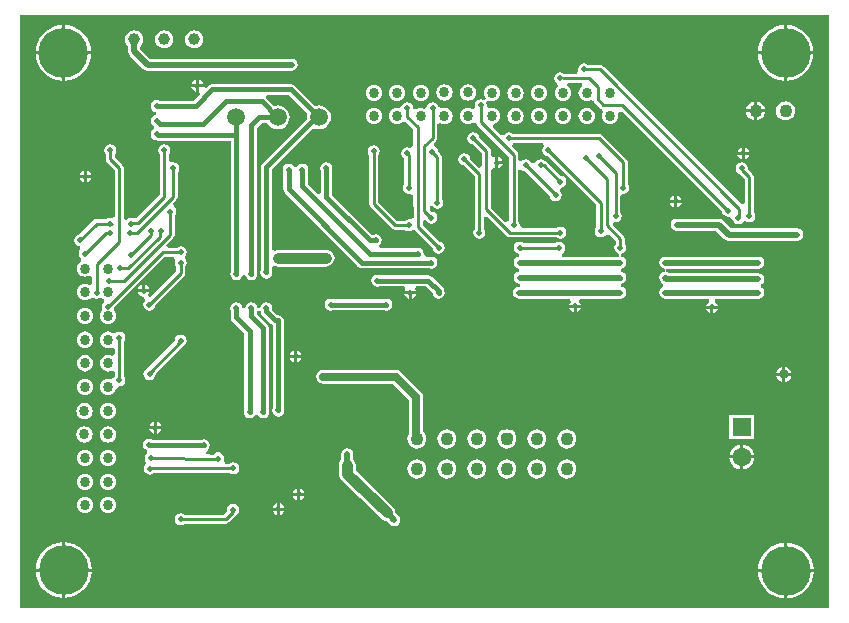
<source format=gbl>
G04*
G04 #@! TF.GenerationSoftware,Altium Limited,Altium Designer,19.1.7 (138)*
G04*
G04 Layer_Physical_Order=2*
G04 Layer_Color=16711680*
%FSLAX25Y25*%
%MOIN*%
G70*
G01*
G75*
%ADD10C,0.01000*%
%ADD44C,0.03500*%
%ADD46C,0.02000*%
%ADD48C,0.01500*%
%ADD49C,0.02500*%
%ADD52C,0.04331*%
%ADD53C,0.05906*%
%ADD54C,0.03400*%
%ADD55C,0.06299*%
%ADD56R,0.06299X0.06299*%
%ADD57C,0.03937*%
%ADD58C,0.16535*%
%ADD59C,0.02000*%
%ADD60C,0.03200*%
G36*
X278600Y197900D02*
X278600Y100D01*
X9000Y100D01*
X9000Y197900D01*
X278600Y197900D01*
D02*
G37*
%LPC*%
G36*
X67000Y192734D02*
X66215Y192630D01*
X65483Y192327D01*
X64855Y191845D01*
X64373Y191217D01*
X64070Y190485D01*
X63966Y189700D01*
X64070Y188915D01*
X64373Y188183D01*
X64855Y187555D01*
X65483Y187073D01*
X66215Y186770D01*
X67000Y186666D01*
X67785Y186770D01*
X68517Y187073D01*
X69145Y187555D01*
X69627Y188183D01*
X69930Y188915D01*
X70034Y189700D01*
X69930Y190485D01*
X69627Y191217D01*
X69145Y191845D01*
X68517Y192327D01*
X67785Y192630D01*
X67000Y192734D01*
D02*
G37*
G36*
X57000D02*
X56215Y192630D01*
X55483Y192327D01*
X54855Y191845D01*
X54373Y191217D01*
X54070Y190485D01*
X53966Y189700D01*
X54070Y188915D01*
X54373Y188183D01*
X54855Y187555D01*
X55483Y187073D01*
X56215Y186770D01*
X57000Y186666D01*
X57785Y186770D01*
X58517Y187073D01*
X59145Y187555D01*
X59627Y188183D01*
X59930Y188915D01*
X60034Y189700D01*
X59930Y190485D01*
X59627Y191217D01*
X59145Y191845D01*
X58517Y192327D01*
X57785Y192630D01*
X57000Y192734D01*
D02*
G37*
G36*
X264600Y194463D02*
Y185700D01*
X273363D01*
X273234Y187017D01*
X272704Y188764D01*
X271843Y190374D01*
X270685Y191785D01*
X269274Y192943D01*
X267664Y193804D01*
X265917Y194333D01*
X264600Y194463D01*
D02*
G37*
G36*
X23900D02*
Y185700D01*
X32663D01*
X32534Y187017D01*
X32004Y188764D01*
X31143Y190374D01*
X29985Y191785D01*
X28574Y192943D01*
X26964Y193804D01*
X25217Y194333D01*
X23900Y194463D01*
D02*
G37*
G36*
X22900D02*
X21583Y194333D01*
X19836Y193804D01*
X18226Y192943D01*
X16815Y191785D01*
X15657Y190374D01*
X14796Y188764D01*
X14266Y187017D01*
X14137Y185700D01*
X22900D01*
Y194463D01*
D02*
G37*
G36*
X263600D02*
X262283Y194333D01*
X260536Y193804D01*
X258926Y192943D01*
X257515Y191785D01*
X256357Y190374D01*
X255496Y188764D01*
X254966Y187017D01*
X254837Y185700D01*
X263600D01*
Y194463D01*
D02*
G37*
G36*
X47000Y192734D02*
X46215Y192630D01*
X45483Y192327D01*
X44855Y191845D01*
X44373Y191217D01*
X44069Y190485D01*
X43966Y189700D01*
X44069Y188915D01*
X44373Y188183D01*
X44855Y187555D01*
X44961Y187473D01*
Y185745D01*
X45116Y184965D01*
X45558Y184303D01*
X50058Y179803D01*
X50720Y179361D01*
X51500Y179206D01*
X99500D01*
X100280Y179361D01*
X100942Y179803D01*
X101384Y180465D01*
X101539Y181245D01*
X101384Y182026D01*
X100942Y182687D01*
X100280Y183129D01*
X99500Y183284D01*
X52345D01*
X49085Y186544D01*
X49125Y187539D01*
X49145Y187555D01*
X49627Y188183D01*
X49931Y188915D01*
X50034Y189700D01*
X49931Y190485D01*
X49627Y191217D01*
X49145Y191845D01*
X48517Y192327D01*
X47785Y192630D01*
X47000Y192734D01*
D02*
G37*
G36*
X197000Y181784D02*
X196220Y181629D01*
X195558Y181187D01*
X195116Y180526D01*
X194961Y179745D01*
X195058Y179259D01*
X194597Y178469D01*
X194394Y178275D01*
X190311D01*
X189780Y178629D01*
X189000Y178784D01*
X188220Y178629D01*
X187558Y178187D01*
X187116Y177526D01*
X186961Y176745D01*
X187116Y175965D01*
X187558Y175303D01*
X187949Y175042D01*
X188102Y174154D01*
X188058Y173890D01*
X187974Y173826D01*
X187542Y173262D01*
X187269Y172605D01*
X187177Y171900D01*
X187269Y171195D01*
X187542Y170538D01*
X187974Y169974D01*
X188538Y169542D01*
X189195Y169270D01*
X189900Y169177D01*
X190605Y169270D01*
X191262Y169542D01*
X191826Y169974D01*
X192258Y170538D01*
X192531Y171195D01*
X192623Y171900D01*
X192531Y172605D01*
X192258Y173262D01*
X191826Y173826D01*
X191297Y174232D01*
X191287Y174329D01*
X191552Y175216D01*
X196148D01*
X196413Y174329D01*
X196403Y174232D01*
X195874Y173826D01*
X195442Y173262D01*
X195169Y172605D01*
X195077Y171900D01*
X195169Y171195D01*
X195442Y170538D01*
X195874Y169974D01*
X196438Y169542D01*
X197095Y169270D01*
X197800Y169177D01*
X198505Y169270D01*
X199019Y169483D01*
X199665Y169334D01*
X199946Y169218D01*
X200153Y169062D01*
X200419Y168664D01*
X202230Y166852D01*
X202726Y166521D01*
X202889Y166488D01*
X203339Y165533D01*
X203342Y165462D01*
X203069Y164805D01*
X202977Y164100D01*
X203069Y163395D01*
X203342Y162738D01*
X203774Y162174D01*
X204338Y161742D01*
X204995Y161469D01*
X205700Y161377D01*
X206405Y161469D01*
X207062Y161742D01*
X207626Y162174D01*
X208058Y162738D01*
X208330Y163395D01*
X208423Y164100D01*
X208330Y164805D01*
X208978Y165813D01*
X209408Y165875D01*
X242892Y132391D01*
X243016Y131765D01*
X243458Y131103D01*
X244120Y130661D01*
X244900Y130506D01*
X245451Y130616D01*
X246035Y130314D01*
X246398Y129957D01*
X246516Y129365D01*
X246958Y128703D01*
X247620Y128261D01*
X248400Y128106D01*
X249180Y128261D01*
X249842Y128703D01*
X250499Y129254D01*
X251096Y128944D01*
X251220Y128861D01*
X252000Y128706D01*
X252780Y128861D01*
X253442Y129303D01*
X253884Y129965D01*
X254039Y130745D01*
X253884Y131526D01*
X253529Y132056D01*
Y143745D01*
X253413Y144331D01*
X253081Y144827D01*
X251477Y146431D01*
X251539Y146745D01*
X251384Y147526D01*
X250942Y148187D01*
X250280Y148629D01*
X249500Y148784D01*
X248720Y148629D01*
X248058Y148187D01*
X247616Y147526D01*
X247461Y146745D01*
X247616Y145965D01*
X248058Y145303D01*
X248720Y144861D01*
X248721Y144861D01*
X250471Y143112D01*
Y135066D01*
X249486Y134658D01*
X203318Y180827D01*
X202822Y181158D01*
X202236Y181275D01*
X198311D01*
X197780Y181629D01*
X197000Y181784D01*
D02*
G37*
G36*
X273363Y184700D02*
X264600D01*
Y175936D01*
X265917Y176066D01*
X267664Y176596D01*
X269274Y177457D01*
X270685Y178615D01*
X271843Y180026D01*
X272704Y181636D01*
X273234Y183383D01*
X273363Y184700D01*
D02*
G37*
G36*
X32663D02*
X23900D01*
Y175936D01*
X25217Y176066D01*
X26964Y176596D01*
X28574Y177457D01*
X29985Y178615D01*
X31143Y180026D01*
X32004Y181636D01*
X32534Y183383D01*
X32663Y184700D01*
D02*
G37*
G36*
X22900D02*
X14137D01*
X14266Y183383D01*
X14796Y181636D01*
X15657Y180026D01*
X16815Y178615D01*
X18226Y177457D01*
X19836Y176596D01*
X21583Y176066D01*
X22900Y175936D01*
Y184700D01*
D02*
G37*
G36*
X263600D02*
X254837D01*
X254966Y183383D01*
X255496Y181636D01*
X256357Y180026D01*
X257515Y178615D01*
X258926Y177457D01*
X260536Y176596D01*
X262283Y176066D01*
X263600Y175936D01*
Y184700D01*
D02*
G37*
G36*
X68500Y176185D02*
Y174745D01*
X69940D01*
X69884Y175026D01*
X69442Y175687D01*
X68780Y176129D01*
X68500Y176185D01*
D02*
G37*
G36*
X67500D02*
X67220Y176129D01*
X66558Y175687D01*
X66116Y175026D01*
X66060Y174745D01*
X67500D01*
Y176185D01*
D02*
G37*
G36*
X99345Y174784D02*
X73000D01*
X72317Y174648D01*
X71738Y174262D01*
X71738Y174262D01*
X70874Y173397D01*
X70223Y173745D01*
X68500D01*
Y172022D01*
X68848Y171371D01*
X66761Y169284D01*
X55430D01*
X55280Y169384D01*
X54500Y169539D01*
X53720Y169384D01*
X53058Y168942D01*
X52616Y168280D01*
X52461Y167500D01*
X52616Y166720D01*
X53058Y166058D01*
X53720Y165616D01*
X53924Y165575D01*
X54294Y165344D01*
Y164700D01*
X54022Y164444D01*
X53720Y164384D01*
X53058Y163942D01*
X52616Y163280D01*
X52461Y162500D01*
X52616Y161720D01*
X53058Y161058D01*
X53449Y160797D01*
X53495Y160643D01*
Y159857D01*
X53481Y159810D01*
X53409Y159676D01*
X53058Y159442D01*
X52616Y158780D01*
X52461Y158000D01*
X52616Y157220D01*
X53058Y156558D01*
X53720Y156116D01*
X54126Y156035D01*
X54149Y156020D01*
X54832Y155884D01*
X79216D01*
Y112429D01*
X79116Y112280D01*
X78961Y111500D01*
X79116Y110720D01*
X79558Y110058D01*
X80220Y109616D01*
X81000Y109461D01*
X81780Y109616D01*
X82442Y110058D01*
X82884Y110720D01*
X82925Y110924D01*
X83156Y111294D01*
X83800D01*
X84056Y111022D01*
X84116Y110720D01*
X84558Y110058D01*
X85220Y109616D01*
X86000Y109461D01*
X86780Y109616D01*
X87442Y110058D01*
X87884Y110720D01*
X88039Y111500D01*
X87884Y112280D01*
X87784Y112429D01*
Y160261D01*
X89484Y161961D01*
X91242D01*
X91347Y161707D01*
X91981Y160881D01*
X92807Y160247D01*
X93768Y159849D01*
X94800Y159713D01*
X95832Y159849D01*
X96793Y160247D01*
X97619Y160881D01*
X98253Y161707D01*
X98651Y162668D01*
X98787Y163700D01*
X98651Y164732D01*
X98253Y165693D01*
X97619Y166519D01*
X96793Y167153D01*
X95832Y167551D01*
X94800Y167687D01*
X93768Y167551D01*
X93559Y167464D01*
X90792Y170231D01*
X90798Y170361D01*
X91106Y171216D01*
X98606D01*
X104849Y164973D01*
X104749Y164732D01*
X104613Y163700D01*
X104679Y163202D01*
X89738Y148262D01*
X89351Y147683D01*
X89216Y147000D01*
Y112929D01*
X89116Y112780D01*
X88961Y112000D01*
X89116Y111220D01*
X89558Y110558D01*
X90220Y110116D01*
X91000Y109961D01*
X91780Y110116D01*
X92442Y110558D01*
X92884Y111220D01*
X93039Y112000D01*
X92884Y112780D01*
X92784Y112929D01*
Y113739D01*
X93231Y114064D01*
X93769Y114279D01*
X94282Y114066D01*
X95000Y113971D01*
X111000D01*
X111718Y114066D01*
X112387Y114343D01*
X112961Y114784D01*
X113402Y115358D01*
X113679Y116027D01*
X113774Y116745D01*
X113679Y117463D01*
X113402Y118132D01*
X112961Y118707D01*
X112387Y119147D01*
X111718Y119424D01*
X111000Y119519D01*
X95000D01*
X94282Y119424D01*
X93769Y119212D01*
X93231Y119426D01*
X92784Y119752D01*
Y146261D01*
X106723Y160199D01*
X107568Y159849D01*
X108600Y159713D01*
X109632Y159849D01*
X110593Y160247D01*
X111419Y160881D01*
X112053Y161707D01*
X112451Y162668D01*
X112587Y163700D01*
X112451Y164732D01*
X112053Y165693D01*
X111419Y166519D01*
X110593Y167153D01*
X109632Y167551D01*
X108600Y167687D01*
X107568Y167551D01*
X107391Y167478D01*
X100607Y174262D01*
X100028Y174648D01*
X99345Y174784D01*
D02*
G37*
G36*
X67500Y173745D02*
X66060D01*
X66116Y173465D01*
X66558Y172803D01*
X67220Y172361D01*
X67500Y172306D01*
Y173745D01*
D02*
G37*
G36*
X166200Y174623D02*
X165495Y174530D01*
X164838Y174258D01*
X164274Y173826D01*
X163842Y173262D01*
X163569Y172605D01*
X163477Y171900D01*
X163569Y171195D01*
X163842Y170538D01*
X164087Y170218D01*
X164140Y170150D01*
X163458Y169422D01*
X163280Y169540D01*
X162500Y169695D01*
X161720Y169540D01*
X161058Y169098D01*
X160616Y168437D01*
X160461Y167656D01*
X160571Y167101D01*
X159946Y166560D01*
X159768Y166477D01*
X159662Y166558D01*
X159005Y166831D01*
X158300Y166923D01*
X157595Y166831D01*
X156938Y166558D01*
X156374Y166126D01*
X155942Y165562D01*
X155669Y164905D01*
X155577Y164200D01*
X155669Y163495D01*
X155942Y162838D01*
X156374Y162274D01*
X156938Y161842D01*
X157595Y161569D01*
X158300Y161477D01*
X159005Y161569D01*
X159662Y161842D01*
X160018Y162115D01*
X160772Y161938D01*
X161068Y161755D01*
X161087Y161660D01*
X161419Y161164D01*
X171971Y150612D01*
Y129056D01*
X171945Y129018D01*
X170748Y128823D01*
X165929Y133642D01*
Y146297D01*
X166914Y146823D01*
X167074Y146716D01*
X167354Y146660D01*
Y148600D01*
Y150539D01*
X167074Y150484D01*
X166914Y150376D01*
X165929Y150902D01*
Y152345D01*
X165813Y152930D01*
X165481Y153427D01*
X162009Y156900D01*
X161884Y157526D01*
X161442Y158187D01*
X160780Y158629D01*
X160000Y158784D01*
X159220Y158629D01*
X158558Y158187D01*
X158116Y157526D01*
X157961Y156745D01*
X158116Y155965D01*
X158558Y155303D01*
X159220Y154861D01*
X159846Y154737D01*
X162871Y151712D01*
Y147324D01*
X161961Y146947D01*
X159009Y149900D01*
X158884Y150526D01*
X158442Y151187D01*
X157780Y151629D01*
X157000Y151784D01*
X156220Y151629D01*
X155558Y151187D01*
X155116Y150526D01*
X154961Y149745D01*
X155116Y148965D01*
X155558Y148303D01*
X156220Y147861D01*
X156846Y147737D01*
X160471Y144112D01*
Y126556D01*
X160116Y126026D01*
X159961Y125245D01*
X160116Y124465D01*
X160558Y123803D01*
X161220Y123361D01*
X162000Y123206D01*
X162780Y123361D01*
X163442Y123803D01*
X163884Y124465D01*
X164039Y125245D01*
X163884Y126026D01*
X163529Y126556D01*
Y130430D01*
X164439Y130807D01*
X171081Y124164D01*
X171578Y123832D01*
X172163Y123716D01*
X187689D01*
X188220Y123361D01*
X189000Y123206D01*
X189780Y123361D01*
X190442Y123803D01*
X190884Y124465D01*
X191039Y125245D01*
X190884Y126026D01*
X190442Y126687D01*
X189780Y127129D01*
X189000Y127284D01*
X188220Y127129D01*
X187689Y126775D01*
X176350D01*
X175539Y127745D01*
X175384Y128526D01*
X175029Y129056D01*
Y146071D01*
X176014Y146370D01*
X176058Y146303D01*
X176720Y145861D01*
X177346Y145737D01*
X185492Y137591D01*
X185616Y136965D01*
X186058Y136303D01*
X186720Y135861D01*
X187500Y135706D01*
X188280Y135861D01*
X188942Y136303D01*
X189384Y136965D01*
X189539Y137745D01*
X189384Y138526D01*
X188942Y139187D01*
X188849Y139249D01*
X188934Y139785D01*
X189145Y140235D01*
X189780Y140361D01*
X190442Y140803D01*
X190884Y141465D01*
X191039Y142245D01*
X190884Y143026D01*
X190442Y143687D01*
X189780Y144129D01*
X189154Y144254D01*
X184581Y148827D01*
X184085Y149158D01*
X183942Y149187D01*
X183942Y149187D01*
X183280Y149629D01*
X182500Y149784D01*
X181720Y149629D01*
X181058Y149187D01*
X180616Y148526D01*
X179601Y148398D01*
X179384Y148526D01*
X178942Y149187D01*
X178280Y149629D01*
X177500Y149784D01*
X176720Y149629D01*
X176058Y149187D01*
X176014Y149121D01*
X175029Y149419D01*
Y151245D01*
X174913Y151830D01*
X174581Y152327D01*
X172942Y153966D01*
X173175Y155125D01*
X173311Y155216D01*
X183326D01*
X183625Y154232D01*
X183558Y154187D01*
X183116Y153526D01*
X182961Y152745D01*
X183116Y151965D01*
X183558Y151303D01*
X184220Y150861D01*
X184846Y150737D01*
X200971Y134612D01*
Y127056D01*
X200616Y126526D01*
X200461Y125745D01*
X200616Y124965D01*
X201058Y124303D01*
X201720Y123861D01*
X202500Y123706D01*
X203280Y123861D01*
X203942Y124303D01*
X204120Y124570D01*
X205279Y124803D01*
X207471Y122612D01*
Y121556D01*
X207116Y121026D01*
X206961Y120245D01*
X207116Y119465D01*
X207558Y118803D01*
X208220Y118361D01*
X208685Y118269D01*
X208588Y117284D01*
X208222Y117284D01*
X189614D01*
X189480Y118261D01*
X190142Y118703D01*
X190584Y119365D01*
X190739Y120145D01*
X190584Y120926D01*
X190142Y121587D01*
X189480Y122029D01*
X188700Y122184D01*
X187920Y122029D01*
X187389Y121675D01*
X176950D01*
X176942Y121687D01*
X176280Y122129D01*
X175500Y122284D01*
X174720Y122129D01*
X174058Y121687D01*
X173616Y121026D01*
X173461Y120245D01*
X173616Y119465D01*
X174058Y118803D01*
X174720Y118361D01*
X175294Y118247D01*
Y117244D01*
X174720Y117129D01*
X174058Y116687D01*
X173616Y116026D01*
X173461Y115245D01*
X173616Y114465D01*
X174058Y113803D01*
X174720Y113361D01*
X175169Y113272D01*
Y112268D01*
X174720Y112179D01*
X174058Y111737D01*
X173616Y111076D01*
X173461Y110295D01*
X173616Y109515D01*
X174058Y108853D01*
X174720Y108411D01*
X175500Y108256D01*
X175470Y107284D01*
X175300D01*
X174520Y107129D01*
X173858Y106687D01*
X173416Y106026D01*
X173261Y105245D01*
X173416Y104465D01*
X173858Y103803D01*
X174520Y103361D01*
X175300Y103206D01*
X192241D01*
X192539Y102222D01*
X192530Y102216D01*
X192088Y101554D01*
X192032Y101274D01*
X195911D01*
X195856Y101554D01*
X195414Y102216D01*
X195404Y102222D01*
X195703Y103206D01*
X209000D01*
X209780Y103361D01*
X210442Y103803D01*
X210884Y104465D01*
X211039Y105245D01*
X210884Y106026D01*
X210442Y106687D01*
X209780Y107129D01*
X209206Y107244D01*
Y108247D01*
X209780Y108361D01*
X210442Y108803D01*
X210884Y109465D01*
X211039Y110245D01*
X210884Y111026D01*
X210442Y111687D01*
X210392Y111737D01*
X209730Y112179D01*
X209307Y112264D01*
Y113267D01*
X209780Y113361D01*
X210442Y113803D01*
X210884Y114465D01*
X211039Y115245D01*
X210884Y116026D01*
X210442Y116687D01*
X209780Y117129D01*
X209206Y117244D01*
Y118247D01*
X209780Y118361D01*
X210442Y118803D01*
X210884Y119465D01*
X211039Y120245D01*
X210884Y121026D01*
X210529Y121556D01*
Y123245D01*
X210413Y123830D01*
X210081Y124327D01*
X206481Y127927D01*
X206983Y128790D01*
X207014Y128803D01*
X207500Y128706D01*
X208280Y128861D01*
X208942Y129303D01*
X209384Y129965D01*
X209539Y130745D01*
X209384Y131526D01*
X209029Y132056D01*
Y137396D01*
X210000Y138206D01*
X210780Y138361D01*
X211442Y138803D01*
X211884Y139465D01*
X212039Y140245D01*
X211884Y141026D01*
X211529Y141556D01*
Y148745D01*
X211413Y149330D01*
X211081Y149827D01*
X203081Y157827D01*
X202585Y158158D01*
X202000Y158275D01*
X173311D01*
X172780Y158629D01*
X172000Y158784D01*
X171220Y158629D01*
X170558Y158187D01*
X170380Y157920D01*
X169221Y157687D01*
X166487Y160422D01*
X166839Y161461D01*
X166905Y161469D01*
X167562Y161742D01*
X168126Y162174D01*
X168558Y162738D01*
X168831Y163395D01*
X168923Y164100D01*
X168831Y164805D01*
X168558Y165462D01*
X168126Y166026D01*
X167562Y166458D01*
X166905Y166730D01*
X166200Y166823D01*
X165495Y166730D01*
X165337Y166665D01*
X164484Y167377D01*
X164539Y167656D01*
X164384Y168437D01*
X164176Y168748D01*
X164092Y168874D01*
X164820Y169556D01*
X164838Y169542D01*
X165495Y169270D01*
X166200Y169177D01*
X166905Y169270D01*
X167562Y169542D01*
X168126Y169974D01*
X168558Y170538D01*
X168831Y171195D01*
X168923Y171900D01*
X168831Y172605D01*
X168558Y173262D01*
X168126Y173826D01*
X167562Y174258D01*
X166905Y174530D01*
X166200Y174623D01*
D02*
G37*
G36*
X158300Y174723D02*
X157595Y174630D01*
X156938Y174358D01*
X156374Y173926D01*
X155942Y173362D01*
X155669Y172705D01*
X155577Y172000D01*
X155669Y171295D01*
X155942Y170638D01*
X156374Y170074D01*
X156938Y169642D01*
X157595Y169369D01*
X158300Y169277D01*
X159005Y169369D01*
X159662Y169642D01*
X160226Y170074D01*
X160658Y170638D01*
X160931Y171295D01*
X161023Y172000D01*
X160931Y172705D01*
X160658Y173362D01*
X160226Y173926D01*
X159662Y174358D01*
X159005Y174630D01*
X158300Y174723D01*
D02*
G37*
G36*
X150400D02*
X149695Y174630D01*
X149038Y174358D01*
X148474Y173926D01*
X148042Y173362D01*
X147769Y172705D01*
X147677Y172000D01*
X147769Y171295D01*
X148042Y170638D01*
X148474Y170074D01*
X149038Y169642D01*
X149695Y169369D01*
X150400Y169277D01*
X151105Y169369D01*
X151762Y169642D01*
X152326Y170074D01*
X152758Y170638D01*
X153031Y171295D01*
X153123Y172000D01*
X153031Y172705D01*
X152758Y173362D01*
X152326Y173926D01*
X151762Y174358D01*
X151105Y174630D01*
X150400Y174723D01*
D02*
G37*
G36*
X182000Y174623D02*
X181295Y174530D01*
X180638Y174258D01*
X180074Y173826D01*
X179642Y173262D01*
X179369Y172605D01*
X179277Y171900D01*
X179369Y171195D01*
X179642Y170538D01*
X180074Y169974D01*
X180638Y169542D01*
X181295Y169270D01*
X182000Y169177D01*
X182705Y169270D01*
X183362Y169542D01*
X183926Y169974D01*
X184358Y170538D01*
X184631Y171195D01*
X184723Y171900D01*
X184631Y172605D01*
X184358Y173262D01*
X183926Y173826D01*
X183362Y174258D01*
X182705Y174530D01*
X182000Y174623D01*
D02*
G37*
G36*
X174100D02*
X173395Y174530D01*
X172738Y174258D01*
X172174Y173826D01*
X171742Y173262D01*
X171469Y172605D01*
X171377Y171900D01*
X171469Y171195D01*
X171742Y170538D01*
X172174Y169974D01*
X172738Y169542D01*
X173395Y169270D01*
X174100Y169177D01*
X174805Y169270D01*
X175462Y169542D01*
X176026Y169974D01*
X176458Y170538D01*
X176731Y171195D01*
X176823Y171900D01*
X176731Y172605D01*
X176458Y173262D01*
X176026Y173826D01*
X175462Y174258D01*
X174805Y174530D01*
X174100Y174623D01*
D02*
G37*
G36*
X142500D02*
X141795Y174530D01*
X141138Y174258D01*
X140574Y173826D01*
X140142Y173262D01*
X139869Y172605D01*
X139777Y171900D01*
X139869Y171195D01*
X140142Y170538D01*
X140574Y169974D01*
X141138Y169542D01*
X141795Y169270D01*
X142500Y169177D01*
X143205Y169270D01*
X143862Y169542D01*
X144426Y169974D01*
X144858Y170538D01*
X145131Y171195D01*
X145223Y171900D01*
X145131Y172605D01*
X144858Y173262D01*
X144426Y173826D01*
X143862Y174258D01*
X143205Y174530D01*
X142500Y174623D01*
D02*
G37*
G36*
X134600D02*
X133895Y174530D01*
X133238Y174258D01*
X132674Y173826D01*
X132242Y173262D01*
X131969Y172605D01*
X131877Y171900D01*
X131969Y171195D01*
X132242Y170538D01*
X132674Y169974D01*
X133238Y169542D01*
X133895Y169270D01*
X134600Y169177D01*
X135305Y169270D01*
X135962Y169542D01*
X136526Y169974D01*
X136958Y170538D01*
X137231Y171195D01*
X137323Y171900D01*
X137231Y172605D01*
X136958Y173262D01*
X136526Y173826D01*
X135962Y174258D01*
X135305Y174530D01*
X134600Y174623D01*
D02*
G37*
G36*
X126900D02*
X126195Y174530D01*
X125538Y174258D01*
X124974Y173826D01*
X124542Y173262D01*
X124269Y172605D01*
X124177Y171900D01*
X124269Y171195D01*
X124542Y170538D01*
X124974Y169974D01*
X125538Y169542D01*
X126195Y169270D01*
X126900Y169177D01*
X127605Y169270D01*
X128262Y169542D01*
X128826Y169974D01*
X129258Y170538D01*
X129531Y171195D01*
X129623Y171900D01*
X129531Y172605D01*
X129258Y173262D01*
X128826Y173826D01*
X128262Y174258D01*
X127605Y174530D01*
X126900Y174623D01*
D02*
G37*
G36*
X146500Y168784D02*
X145720Y168629D01*
X145058Y168187D01*
X144616Y167526D01*
X144546Y167174D01*
X144384Y167005D01*
X143657Y166628D01*
X143506Y166606D01*
X143205Y166730D01*
X142500Y166823D01*
X141795Y166730D01*
X141138Y166458D01*
X140958Y166320D01*
X140393Y166582D01*
X140020Y166841D01*
X139884Y167526D01*
X139442Y168187D01*
X138780Y168629D01*
X138000Y168784D01*
X137220Y168629D01*
X136558Y168187D01*
X136116Y167526D01*
X136104Y167465D01*
X135336Y166759D01*
X135038Y166766D01*
X134600Y166823D01*
X133895Y166730D01*
X133238Y166458D01*
X132674Y166026D01*
X132242Y165462D01*
X131969Y164805D01*
X131877Y164100D01*
X131969Y163395D01*
X132242Y162738D01*
X132674Y162174D01*
X133238Y161742D01*
X133895Y161469D01*
X134600Y161377D01*
X135305Y161469D01*
X135962Y161742D01*
X136526Y162174D01*
X137691Y162077D01*
X139927Y159840D01*
X139961Y154024D01*
X138979Y153496D01*
X138780Y153629D01*
X138000Y153784D01*
X137220Y153629D01*
X136558Y153187D01*
X136116Y152526D01*
X135961Y151745D01*
X136116Y150965D01*
X136558Y150303D01*
X136971Y150028D01*
Y141556D01*
X136616Y141026D01*
X136461Y140245D01*
X136616Y139465D01*
X137058Y138803D01*
X137720Y138361D01*
X138500Y138206D01*
X139065Y138319D01*
X139775Y137934D01*
X140053Y137694D01*
X140095Y130269D01*
X139745Y129994D01*
X139114Y129662D01*
X138500Y129784D01*
X137720Y129629D01*
X137189Y129275D01*
X134634D01*
X128384Y135524D01*
Y151080D01*
X128738Y151611D01*
X128893Y152391D01*
X128738Y153171D01*
X128296Y153833D01*
X127635Y154275D01*
X126854Y154430D01*
X126074Y154275D01*
X125412Y153833D01*
X124970Y153171D01*
X124815Y152391D01*
X124970Y151611D01*
X125325Y151080D01*
Y134891D01*
X125441Y134306D01*
X125773Y133810D01*
X132919Y126664D01*
X133415Y126332D01*
X134000Y126216D01*
X137189D01*
X137720Y125861D01*
X138500Y125706D01*
X139280Y125861D01*
X139519Y126021D01*
X140411Y126021D01*
X140787Y125796D01*
X146492Y120091D01*
X146616Y119465D01*
X147058Y118803D01*
X147720Y118361D01*
X148500Y118206D01*
X149280Y118361D01*
X149942Y118803D01*
X150384Y119465D01*
X150539Y120245D01*
X150384Y121026D01*
X149942Y121687D01*
X149280Y122129D01*
X148654Y122254D01*
X143168Y127740D01*
X143160Y129168D01*
X144071Y129439D01*
X144143Y129425D01*
X144558Y128803D01*
X145220Y128361D01*
X146000Y128206D01*
X146780Y128361D01*
X147442Y128803D01*
X147884Y129465D01*
X148039Y130245D01*
X147884Y131026D01*
X147442Y131687D01*
X146780Y132129D01*
X146154Y132254D01*
X145439Y132969D01*
X145534Y134069D01*
X146087Y134411D01*
X146159Y134401D01*
X146558Y133803D01*
X147220Y133361D01*
X148000Y133206D01*
X148780Y133361D01*
X149442Y133803D01*
X149884Y134465D01*
X150039Y135245D01*
X149884Y136026D01*
X149529Y136556D01*
Y150556D01*
X149413Y151142D01*
X149081Y151638D01*
X148319Y152400D01*
X148195Y153026D01*
X147753Y153687D01*
X147165Y154080D01*
X147077Y154195D01*
X146870Y155177D01*
X147581Y155888D01*
X147913Y156385D01*
X148029Y156970D01*
Y161375D01*
X149014Y161861D01*
X149038Y161842D01*
X149695Y161569D01*
X150400Y161477D01*
X151105Y161569D01*
X151762Y161842D01*
X152326Y162274D01*
X152758Y162838D01*
X153031Y163495D01*
X153123Y164200D01*
X153031Y164905D01*
X152758Y165562D01*
X152326Y166126D01*
X151762Y166558D01*
X151105Y166831D01*
X150400Y166923D01*
X149695Y166831D01*
X149468Y166736D01*
X149461Y166736D01*
X148521Y167205D01*
X148423Y167327D01*
X148384Y167526D01*
X147942Y168187D01*
X147280Y168629D01*
X146500Y168784D01*
D02*
G37*
G36*
X254600Y169027D02*
Y166400D01*
X257227D01*
X257184Y166726D01*
X256865Y167496D01*
X256358Y168157D01*
X255696Y168665D01*
X254926Y168984D01*
X254600Y169027D01*
D02*
G37*
G36*
X253600D02*
X253274Y168984D01*
X252504Y168665D01*
X251842Y168157D01*
X251335Y167496D01*
X251016Y166726D01*
X250973Y166400D01*
X253600D01*
Y169027D01*
D02*
G37*
G36*
X257227Y165400D02*
X254600D01*
Y162773D01*
X254926Y162816D01*
X255696Y163135D01*
X256358Y163643D01*
X256865Y164304D01*
X257184Y165074D01*
X257227Y165400D01*
D02*
G37*
G36*
X253600D02*
X250973D01*
X251016Y165074D01*
X251335Y164304D01*
X251842Y163643D01*
X252504Y163135D01*
X253274Y162816D01*
X253600Y162773D01*
Y165400D01*
D02*
G37*
G36*
X264100Y169093D02*
X263274Y168984D01*
X262504Y168665D01*
X261842Y168157D01*
X261335Y167496D01*
X261016Y166726D01*
X260907Y165900D01*
X261016Y165074D01*
X261335Y164304D01*
X261842Y163643D01*
X262504Y163135D01*
X263274Y162816D01*
X264100Y162707D01*
X264926Y162816D01*
X265696Y163135D01*
X266357Y163643D01*
X266865Y164304D01*
X267184Y165074D01*
X267293Y165900D01*
X267184Y166726D01*
X266865Y167496D01*
X266357Y168157D01*
X265696Y168665D01*
X264926Y168984D01*
X264100Y169093D01*
D02*
G37*
G36*
X197800Y166823D02*
X197095Y166730D01*
X196438Y166458D01*
X195874Y166026D01*
X195442Y165462D01*
X195169Y164805D01*
X195077Y164100D01*
X195169Y163395D01*
X195442Y162738D01*
X195874Y162174D01*
X196438Y161742D01*
X197095Y161469D01*
X197800Y161377D01*
X198505Y161469D01*
X199162Y161742D01*
X199726Y162174D01*
X200158Y162738D01*
X200430Y163395D01*
X200523Y164100D01*
X200430Y164805D01*
X200158Y165462D01*
X199726Y166026D01*
X199162Y166458D01*
X198505Y166730D01*
X197800Y166823D01*
D02*
G37*
G36*
X189900D02*
X189195Y166730D01*
X188538Y166458D01*
X187974Y166026D01*
X187542Y165462D01*
X187269Y164805D01*
X187177Y164100D01*
X187269Y163395D01*
X187542Y162738D01*
X187974Y162174D01*
X188538Y161742D01*
X189195Y161469D01*
X189900Y161377D01*
X190605Y161469D01*
X191262Y161742D01*
X191826Y162174D01*
X192258Y162738D01*
X192531Y163395D01*
X192623Y164100D01*
X192531Y164805D01*
X192258Y165462D01*
X191826Y166026D01*
X191262Y166458D01*
X190605Y166730D01*
X189900Y166823D01*
D02*
G37*
G36*
X182000D02*
X181295Y166730D01*
X180638Y166458D01*
X180074Y166026D01*
X179642Y165462D01*
X179369Y164805D01*
X179277Y164100D01*
X179369Y163395D01*
X179642Y162738D01*
X180074Y162174D01*
X180638Y161742D01*
X181295Y161469D01*
X182000Y161377D01*
X182705Y161469D01*
X183362Y161742D01*
X183926Y162174D01*
X184358Y162738D01*
X184631Y163395D01*
X184723Y164100D01*
X184631Y164805D01*
X184358Y165462D01*
X183926Y166026D01*
X183362Y166458D01*
X182705Y166730D01*
X182000Y166823D01*
D02*
G37*
G36*
X174100D02*
X173395Y166730D01*
X172738Y166458D01*
X172174Y166026D01*
X171742Y165462D01*
X171469Y164805D01*
X171377Y164100D01*
X171469Y163395D01*
X171742Y162738D01*
X172174Y162174D01*
X172738Y161742D01*
X173395Y161469D01*
X174100Y161377D01*
X174805Y161469D01*
X175462Y161742D01*
X176026Y162174D01*
X176458Y162738D01*
X176731Y163395D01*
X176823Y164100D01*
X176731Y164805D01*
X176458Y165462D01*
X176026Y166026D01*
X175462Y166458D01*
X174805Y166730D01*
X174100Y166823D01*
D02*
G37*
G36*
X126900D02*
X126195Y166730D01*
X125538Y166458D01*
X124974Y166026D01*
X124542Y165462D01*
X124269Y164805D01*
X124177Y164100D01*
X124269Y163395D01*
X124542Y162738D01*
X124974Y162174D01*
X125538Y161742D01*
X126195Y161469D01*
X126900Y161377D01*
X127605Y161469D01*
X128262Y161742D01*
X128826Y162174D01*
X129258Y162738D01*
X129531Y163395D01*
X129623Y164100D01*
X129531Y164805D01*
X129258Y165462D01*
X128826Y166026D01*
X128262Y166458D01*
X127605Y166730D01*
X126900Y166823D01*
D02*
G37*
G36*
X250500Y153685D02*
Y152245D01*
X251940D01*
X251884Y152526D01*
X251442Y153187D01*
X250780Y153629D01*
X250500Y153685D01*
D02*
G37*
G36*
X249500D02*
X249220Y153629D01*
X248558Y153187D01*
X248116Y152526D01*
X248060Y152245D01*
X249500D01*
Y153685D01*
D02*
G37*
G36*
X251940Y151245D02*
X250500D01*
Y149805D01*
X250780Y149861D01*
X251442Y150303D01*
X251884Y150965D01*
X251940Y151245D01*
D02*
G37*
G36*
X249500D02*
X248060D01*
X248116Y150965D01*
X248558Y150303D01*
X249220Y149861D01*
X249500Y149805D01*
Y151245D01*
D02*
G37*
G36*
X168354Y150539D02*
Y149100D01*
X169794D01*
X169738Y149380D01*
X169296Y150041D01*
X168635Y150484D01*
X168354Y150539D01*
D02*
G37*
G36*
X169794Y148100D02*
X168354D01*
Y146660D01*
X168635Y146716D01*
X169296Y147158D01*
X169738Y147819D01*
X169794Y148100D01*
D02*
G37*
G36*
X31200Y145885D02*
Y144445D01*
X32640D01*
X32584Y144726D01*
X32142Y145387D01*
X31480Y145829D01*
X31200Y145885D01*
D02*
G37*
G36*
X30200D02*
X29920Y145829D01*
X29258Y145387D01*
X28816Y144726D01*
X28760Y144445D01*
X30200D01*
Y145885D01*
D02*
G37*
G36*
X32640Y143445D02*
X31200D01*
Y142006D01*
X31480Y142061D01*
X32142Y142503D01*
X32584Y143165D01*
X32640Y143445D01*
D02*
G37*
G36*
X30200D02*
X28760D01*
X28816Y143165D01*
X29258Y142503D01*
X29920Y142061D01*
X30200Y142006D01*
Y143445D01*
D02*
G37*
G36*
X111000Y148784D02*
X110220Y148629D01*
X109558Y148187D01*
X109116Y147526D01*
X108961Y146745D01*
X109116Y145965D01*
X109216Y145816D01*
Y138445D01*
X108231Y138037D01*
X104784Y141484D01*
Y145316D01*
X104884Y145465D01*
X105039Y146245D01*
X104884Y147026D01*
X104442Y147687D01*
X103780Y148129D01*
X103000Y148284D01*
X102220Y148129D01*
X101558Y147687D01*
X101297Y147296D01*
X101143Y147251D01*
X100357D01*
X100203Y147296D01*
X99942Y147687D01*
X99280Y148129D01*
X98500Y148284D01*
X97720Y148129D01*
X97058Y147687D01*
X96616Y147026D01*
X96461Y146245D01*
X96616Y145465D01*
X96716Y145316D01*
Y139745D01*
X96851Y139062D01*
X97238Y138484D01*
X121738Y113984D01*
X121738Y113984D01*
X122317Y113597D01*
X123000Y113461D01*
X145071D01*
X145220Y113361D01*
X146000Y113206D01*
X146780Y113361D01*
X147442Y113803D01*
X147884Y114465D01*
X148039Y115245D01*
X147884Y116026D01*
X147442Y116687D01*
X146780Y117129D01*
X146000Y117284D01*
X145220Y117129D01*
X145071Y117030D01*
X144187D01*
X143493Y118014D01*
X143539Y118245D01*
X143384Y119026D01*
X142942Y119687D01*
X142280Y120129D01*
X141500Y120284D01*
X140720Y120129D01*
X140570Y120029D01*
X128760D01*
X128509Y121014D01*
X128942Y121303D01*
X129384Y121965D01*
X129539Y122745D01*
X129384Y123526D01*
X128942Y124187D01*
X128280Y124629D01*
X127500Y124784D01*
X126720Y124629D01*
X126570Y124530D01*
X126239D01*
X112784Y137984D01*
Y145816D01*
X112884Y145965D01*
X113039Y146745D01*
X112884Y147526D01*
X112442Y148187D01*
X111780Y148629D01*
X111000Y148784D01*
D02*
G37*
G36*
X228000Y137685D02*
Y136245D01*
X229440D01*
X229384Y136526D01*
X228942Y137187D01*
X228280Y137629D01*
X228000Y137685D01*
D02*
G37*
G36*
X227000D02*
X226720Y137629D01*
X226058Y137187D01*
X225616Y136526D01*
X225560Y136245D01*
X227000D01*
Y137685D01*
D02*
G37*
G36*
X229440Y135245D02*
X228000D01*
Y133806D01*
X228280Y133861D01*
X228942Y134303D01*
X229384Y134965D01*
X229440Y135245D01*
D02*
G37*
G36*
X227000D02*
X225560D01*
X225616Y134965D01*
X226058Y134303D01*
X226720Y133861D01*
X227000Y133806D01*
Y135245D01*
D02*
G37*
G36*
X57000Y154784D02*
X56220Y154629D01*
X55558Y154187D01*
X55116Y153526D01*
X54961Y152745D01*
X55116Y151965D01*
X55471Y151434D01*
Y137879D01*
X47616Y130025D01*
X46937D01*
X46780Y130129D01*
X46000Y130284D01*
X45220Y130129D01*
X44558Y129687D01*
X44514Y129621D01*
X43529Y129919D01*
Y146745D01*
X43413Y147330D01*
X43081Y147827D01*
X40529Y150379D01*
Y151434D01*
X40884Y151965D01*
X41039Y152745D01*
X40884Y153526D01*
X40442Y154187D01*
X39780Y154629D01*
X39000Y154784D01*
X38220Y154629D01*
X37558Y154187D01*
X37116Y153526D01*
X36961Y152745D01*
X37116Y151965D01*
X37471Y151434D01*
Y149745D01*
X37587Y149160D01*
X37919Y148664D01*
X40471Y146112D01*
Y130852D01*
X40276Y130648D01*
X39486Y130188D01*
X39000Y130284D01*
X38220Y130129D01*
X37689Y129775D01*
X34500D01*
X33915Y129658D01*
X33419Y129327D01*
X28846Y124754D01*
X28220Y124629D01*
X27558Y124187D01*
X27116Y123526D01*
X26961Y122745D01*
X27116Y121965D01*
X27558Y121303D01*
X28220Y120861D01*
X28855Y120735D01*
X29066Y120285D01*
X29151Y119749D01*
X29058Y119687D01*
X28616Y119026D01*
X28461Y118245D01*
X28616Y117465D01*
X29058Y116803D01*
X29162Y116734D01*
X29140Y115715D01*
X29074Y115609D01*
X28574Y115226D01*
X28142Y114662D01*
X27869Y114005D01*
X27777Y113300D01*
X27869Y112595D01*
X28142Y111938D01*
X28574Y111374D01*
X29138Y110942D01*
X29795Y110670D01*
X30500Y110577D01*
X31205Y110670D01*
X31862Y110942D01*
X31986Y111037D01*
X32971Y110552D01*
Y108148D01*
X31986Y107663D01*
X31862Y107758D01*
X31205Y108030D01*
X30500Y108123D01*
X29795Y108030D01*
X29138Y107758D01*
X28574Y107326D01*
X28142Y106762D01*
X27869Y106105D01*
X27777Y105400D01*
X27869Y104695D01*
X28142Y104038D01*
X28574Y103474D01*
X29138Y103042D01*
X29795Y102769D01*
X30500Y102677D01*
X31205Y102769D01*
X31862Y103042D01*
X32206Y103306D01*
X33058Y103803D01*
X33720Y103361D01*
X34500Y103206D01*
X35280Y103361D01*
X35942Y103803D01*
X36706Y103220D01*
X36811Y103139D01*
X36912Y102580D01*
X36879Y102001D01*
X36858Y101987D01*
X36416Y101326D01*
X36261Y100545D01*
X36416Y99765D01*
X36552Y99562D01*
X36374Y99426D01*
X35942Y98862D01*
X35669Y98205D01*
X35577Y97500D01*
X35669Y96795D01*
X35942Y96138D01*
X36374Y95574D01*
X36938Y95142D01*
X37595Y94870D01*
X38300Y94777D01*
X39005Y94870D01*
X39662Y95142D01*
X40226Y95574D01*
X40658Y96138D01*
X40931Y96795D01*
X41023Y97500D01*
X40931Y98205D01*
X40658Y98862D01*
X40226Y99426D01*
X40183Y99459D01*
X40342Y100425D01*
X57134Y117216D01*
X60228D01*
X60754Y116232D01*
X60616Y116026D01*
X60461Y115245D01*
X60616Y114465D01*
X60971Y113934D01*
Y112379D01*
X52153Y103561D01*
X52150Y103562D01*
X51781Y104144D01*
X51695Y104610D01*
X52030Y105111D01*
X52085Y105391D01*
X48206D01*
X48262Y105111D01*
X48704Y104449D01*
X49365Y104007D01*
X50013Y103878D01*
X50130Y103855D01*
X50146Y103852D01*
X50196Y103839D01*
X50585Y102722D01*
X50558Y102687D01*
X50507Y102611D01*
X50116Y102026D01*
X49961Y101245D01*
X50116Y100465D01*
X50558Y99803D01*
X51220Y99361D01*
X52000Y99206D01*
X52780Y99361D01*
X53442Y99803D01*
X53884Y100465D01*
X54009Y101091D01*
X63581Y110664D01*
X63913Y111160D01*
X64029Y111745D01*
Y113934D01*
X64384Y114465D01*
X64539Y115245D01*
X64384Y116026D01*
X64204Y116295D01*
X64022Y116995D01*
X64204Y117696D01*
X64384Y117965D01*
X64539Y118745D01*
X64384Y119526D01*
X63942Y120187D01*
X63280Y120629D01*
X62500Y120784D01*
X61720Y120629D01*
X61189Y120275D01*
X58107D01*
X57730Y121184D01*
X60081Y123535D01*
X60413Y124032D01*
X60529Y124617D01*
Y130934D01*
X60884Y131465D01*
X61039Y132245D01*
X60884Y133026D01*
X60442Y133687D01*
X60175Y133865D01*
X59942Y135024D01*
X61081Y136164D01*
X61413Y136660D01*
X61529Y137245D01*
Y145434D01*
X61884Y145965D01*
X62039Y146745D01*
X61884Y147526D01*
X61442Y148187D01*
X60780Y148629D01*
X60000Y148784D01*
X59514Y148688D01*
X58724Y149148D01*
X58529Y149352D01*
Y151434D01*
X58884Y151965D01*
X59039Y152745D01*
X58884Y153526D01*
X58442Y154187D01*
X57780Y154629D01*
X57000Y154784D01*
D02*
G37*
G36*
X241800Y129984D02*
X227800D01*
X227020Y129829D01*
X226358Y129387D01*
X225916Y128726D01*
X225761Y127945D01*
X225916Y127165D01*
X226358Y126503D01*
X227020Y126061D01*
X227800Y125906D01*
X240955D01*
X243658Y123203D01*
X243658Y123203D01*
X244320Y122761D01*
X245100Y122606D01*
X268000D01*
X268780Y122761D01*
X269442Y123203D01*
X269884Y123865D01*
X270039Y124645D01*
X269884Y125426D01*
X269442Y126087D01*
X268780Y126529D01*
X268000Y126684D01*
X245945D01*
X243242Y129387D01*
X242580Y129829D01*
X241800Y129984D01*
D02*
G37*
G36*
X50646Y107831D02*
Y106391D01*
X52085D01*
X52030Y106671D01*
X51588Y107333D01*
X50926Y107775D01*
X50646Y107831D01*
D02*
G37*
G36*
X49646D02*
X49365Y107775D01*
X48704Y107333D01*
X48262Y106671D01*
X48206Y106391D01*
X49646D01*
Y107831D01*
D02*
G37*
G36*
X140940Y104745D02*
X139500D01*
Y103305D01*
X139780Y103361D01*
X140442Y103803D01*
X140884Y104465D01*
X140940Y104745D01*
D02*
G37*
G36*
X138500D02*
X137060D01*
X137116Y104465D01*
X137558Y103803D01*
X138220Y103361D01*
X138500Y103305D01*
Y104745D01*
D02*
G37*
G36*
X128000Y111284D02*
X127220Y111129D01*
X126558Y110687D01*
X126116Y110026D01*
X125961Y109245D01*
X126116Y108465D01*
X126558Y107803D01*
X127220Y107361D01*
X128000Y107206D01*
X128780Y107361D01*
X128929Y107461D01*
X136981D01*
X137163Y107217D01*
X137417Y106477D01*
X137116Y106026D01*
X137060Y105745D01*
X140940D01*
X140884Y106026D01*
X140583Y106477D01*
X140837Y107217D01*
X141018Y107461D01*
X144261D01*
X146463Y105259D01*
X146461Y105245D01*
X146616Y104465D01*
X147058Y103803D01*
X147720Y103361D01*
X148500Y103206D01*
X149280Y103361D01*
X149942Y103803D01*
X150384Y104465D01*
X150539Y105245D01*
X150384Y106026D01*
X150163Y106357D01*
X150148Y106428D01*
X149762Y107007D01*
X149762Y107007D01*
X146262Y110507D01*
X145683Y110894D01*
X145000Y111030D01*
X128929D01*
X128780Y111129D01*
X128000Y111284D01*
D02*
G37*
G36*
X131000Y103284D02*
X130220Y103129D01*
X130070Y103030D01*
X113429D01*
X113280Y103129D01*
X112500Y103284D01*
X111720Y103129D01*
X111058Y102687D01*
X110616Y102026D01*
X110461Y101245D01*
X110616Y100465D01*
X111058Y99803D01*
X111720Y99361D01*
X112500Y99206D01*
X113280Y99361D01*
X113429Y99461D01*
X130070D01*
X130220Y99361D01*
X131000Y99206D01*
X131780Y99361D01*
X132442Y99803D01*
X132884Y100465D01*
X133039Y101245D01*
X132884Y102026D01*
X132442Y102687D01*
X131780Y103129D01*
X131000Y103284D01*
D02*
G37*
G36*
X255000Y117284D02*
X224000D01*
X223220Y117129D01*
X222558Y116687D01*
X222116Y116026D01*
X221961Y115245D01*
X222116Y114465D01*
X222558Y113803D01*
X223220Y113361D01*
X223794Y113247D01*
Y112243D01*
X223220Y112129D01*
X222558Y111687D01*
X222116Y111026D01*
X221961Y110245D01*
X222116Y109465D01*
X222558Y108803D01*
X223058Y108303D01*
X223292Y108147D01*
X223250Y107555D01*
X223132Y107070D01*
X222558Y106687D01*
X222116Y106026D01*
X221961Y105245D01*
X222116Y104465D01*
X222558Y103803D01*
X223220Y103361D01*
X224000Y103206D01*
X238467D01*
X238614Y102766D01*
X238631Y102222D01*
X238104Y101870D01*
X237662Y101208D01*
X237606Y100928D01*
X241486D01*
X241430Y101208D01*
X240988Y101870D01*
X240461Y102222D01*
X240478Y102766D01*
X240624Y103206D01*
X255000D01*
X255780Y103361D01*
X256442Y103803D01*
X256884Y104465D01*
X257039Y105245D01*
X256884Y106026D01*
X256442Y106687D01*
X256051Y106948D01*
X256005Y107102D01*
Y107888D01*
X256051Y108042D01*
X256442Y108303D01*
X256884Y108965D01*
X257039Y109745D01*
X256884Y110526D01*
X256442Y111187D01*
X255780Y111629D01*
X255000Y111784D01*
X225296D01*
X224780Y112129D01*
X224315Y112222D01*
X224412Y113206D01*
X224778Y113206D01*
X255000D01*
X255780Y113361D01*
X256442Y113803D01*
X256884Y114465D01*
X257039Y115245D01*
X256884Y116026D01*
X256442Y116687D01*
X255780Y117129D01*
X255000Y117284D01*
D02*
G37*
G36*
X91000Y102039D02*
X90220Y101884D01*
X89558Y101442D01*
X89116Y100780D01*
X89002Y100206D01*
X89002D01*
X89075Y100576D01*
X88844Y100206D01*
X88210D01*
X87940Y100501D01*
X87884Y100780D01*
X87442Y101442D01*
X86780Y101884D01*
X86000Y102039D01*
X85220Y101884D01*
X84558Y101442D01*
X84116Y100780D01*
X84075Y100576D01*
X83844Y100206D01*
X83200D01*
X82944Y100478D01*
X82884Y100780D01*
X82442Y101442D01*
X81780Y101884D01*
X81000Y102039D01*
X80220Y101884D01*
X79558Y101442D01*
X79116Y100780D01*
X78961Y100000D01*
X79116Y99220D01*
X79216Y99071D01*
Y97000D01*
X79352Y96317D01*
X79738Y95738D01*
X83716Y91761D01*
Y66430D01*
X83616Y66280D01*
X83461Y65500D01*
X83616Y64720D01*
X84058Y64058D01*
X84720Y63616D01*
X85500Y63461D01*
X86280Y63616D01*
X86942Y64058D01*
X87203Y64449D01*
X87357Y64495D01*
X88143D01*
X88297Y64449D01*
X88558Y64058D01*
X89220Y63616D01*
X90000Y63461D01*
X90780Y63616D01*
X91442Y64058D01*
X91884Y64720D01*
X92039Y65500D01*
X91884Y66280D01*
X91784Y66430D01*
Y93500D01*
X91649Y94183D01*
X91262Y94762D01*
X91262Y94762D01*
X87784Y98239D01*
Y99071D01*
X87839Y99153D01*
X87942Y99228D01*
X88918Y99375D01*
X89216Y99000D01*
X89351Y98317D01*
X89738Y97738D01*
X92738Y94738D01*
X93216Y94419D01*
Y66930D01*
X93116Y66780D01*
X92961Y66000D01*
X93116Y65220D01*
X93558Y64558D01*
X94220Y64116D01*
X95000Y63961D01*
X95780Y64116D01*
X96442Y64558D01*
X96884Y65220D01*
X97039Y66000D01*
X96884Y66780D01*
X96784Y66930D01*
Y96000D01*
X96649Y96683D01*
X96262Y97262D01*
X95683Y97649D01*
X95000Y97784D01*
X94739D01*
X92954Y99570D01*
X93039Y100000D01*
X92884Y100780D01*
X92442Y101442D01*
X91780Y101884D01*
X91000Y102039D01*
D02*
G37*
G36*
X195911Y100274D02*
X194472D01*
Y98834D01*
X194752Y98890D01*
X195414Y99332D01*
X195856Y99993D01*
X195911Y100274D01*
D02*
G37*
G36*
X193472D02*
X192032D01*
X192088Y99993D01*
X192530Y99332D01*
X193191Y98890D01*
X193472Y98834D01*
Y100274D01*
D02*
G37*
G36*
X241486Y99928D02*
X240046D01*
Y98488D01*
X240326Y98544D01*
X240988Y98986D01*
X241430Y99647D01*
X241486Y99928D01*
D02*
G37*
G36*
X239046D02*
X237606D01*
X237662Y99647D01*
X238104Y98986D01*
X238765Y98544D01*
X239046Y98488D01*
Y99928D01*
D02*
G37*
G36*
X30500Y100223D02*
X29795Y100130D01*
X29138Y99858D01*
X28574Y99426D01*
X28142Y98862D01*
X27869Y98205D01*
X27777Y97500D01*
X27869Y96795D01*
X28142Y96138D01*
X28574Y95574D01*
X29138Y95142D01*
X29795Y94870D01*
X30500Y94777D01*
X31205Y94870D01*
X31862Y95142D01*
X32426Y95574D01*
X32858Y96138D01*
X33130Y96795D01*
X33223Y97500D01*
X33130Y98205D01*
X32858Y98862D01*
X32426Y99426D01*
X31862Y99858D01*
X31205Y100130D01*
X30500Y100223D01*
D02*
G37*
G36*
Y92323D02*
X29795Y92230D01*
X29138Y91958D01*
X28574Y91526D01*
X28142Y90962D01*
X27869Y90305D01*
X27777Y89600D01*
X27869Y88895D01*
X28142Y88238D01*
X28574Y87674D01*
X29138Y87242D01*
X29795Y86970D01*
X30500Y86877D01*
X31205Y86970D01*
X31862Y87242D01*
X32426Y87674D01*
X32858Y88238D01*
X33130Y88895D01*
X33223Y89600D01*
X33130Y90305D01*
X32858Y90962D01*
X32426Y91526D01*
X31862Y91958D01*
X31205Y92230D01*
X30500Y92323D01*
D02*
G37*
G36*
X101272Y85957D02*
Y84517D01*
X102711D01*
X102656Y84797D01*
X102214Y85459D01*
X101552Y85901D01*
X101272Y85957D01*
D02*
G37*
G36*
X100272D02*
X99991Y85901D01*
X99330Y85459D01*
X98888Y84797D01*
X98832Y84517D01*
X100272D01*
Y85957D01*
D02*
G37*
G36*
X38300Y92323D02*
X37595Y92230D01*
X36938Y91958D01*
X36374Y91526D01*
X35942Y90962D01*
X35669Y90305D01*
X35577Y89600D01*
X35669Y88895D01*
X35942Y88238D01*
X36374Y87674D01*
X36938Y87242D01*
X37595Y86970D01*
X38300Y86877D01*
X39005Y86970D01*
X39486Y87169D01*
X40069Y86930D01*
X40471Y86622D01*
Y84678D01*
X40069Y84370D01*
X39486Y84131D01*
X39005Y84330D01*
X38300Y84423D01*
X37595Y84330D01*
X36938Y84058D01*
X36374Y83626D01*
X35942Y83062D01*
X35669Y82405D01*
X35577Y81700D01*
X35669Y80995D01*
X35942Y80338D01*
X36374Y79774D01*
X36938Y79342D01*
X37595Y79070D01*
X38300Y78977D01*
X39005Y79070D01*
X39486Y79269D01*
X40069Y79030D01*
X40471Y78722D01*
Y77356D01*
X40202Y76955D01*
X40114Y76825D01*
X39032Y76419D01*
X39005Y76430D01*
X38300Y76523D01*
X37595Y76430D01*
X36938Y76158D01*
X36374Y75726D01*
X35942Y75162D01*
X35669Y74505D01*
X35577Y73800D01*
X35669Y73095D01*
X35942Y72438D01*
X36374Y71874D01*
X36938Y71442D01*
X37595Y71170D01*
X38300Y71077D01*
X39005Y71170D01*
X39662Y71442D01*
X40226Y71874D01*
X40658Y72438D01*
X40931Y73095D01*
X40951Y73247D01*
X41846Y73978D01*
X41989Y74008D01*
X42000Y74006D01*
X42780Y74161D01*
X43442Y74603D01*
X43884Y75265D01*
X44039Y76045D01*
X43884Y76826D01*
X43529Y77356D01*
Y88934D01*
X43884Y89465D01*
X44039Y90245D01*
X43884Y91026D01*
X43442Y91687D01*
X42780Y92129D01*
X42000Y92284D01*
X41220Y92129D01*
X40558Y91687D01*
X39662Y91958D01*
X39005Y92230D01*
X38300Y92323D01*
D02*
G37*
G36*
X102711Y83517D02*
X101272D01*
Y82077D01*
X101552Y82133D01*
X102214Y82575D01*
X102656Y83236D01*
X102711Y83517D01*
D02*
G37*
G36*
X100272D02*
X98832D01*
X98888Y83236D01*
X99330Y82575D01*
X99991Y82133D01*
X100272Y82077D01*
Y83517D01*
D02*
G37*
G36*
X30500Y84423D02*
X29795Y84330D01*
X29138Y84058D01*
X28574Y83626D01*
X28142Y83062D01*
X27869Y82405D01*
X27777Y81700D01*
X27869Y80995D01*
X28142Y80338D01*
X28574Y79774D01*
X29138Y79342D01*
X29795Y79070D01*
X30500Y78977D01*
X31205Y79070D01*
X31862Y79342D01*
X32426Y79774D01*
X32858Y80338D01*
X33130Y80995D01*
X33223Y81700D01*
X33130Y82405D01*
X32858Y83062D01*
X32426Y83626D01*
X31862Y84058D01*
X31205Y84330D01*
X30500Y84423D01*
D02*
G37*
G36*
X264000Y80557D02*
Y78500D01*
X266057D01*
X266033Y78679D01*
X265771Y79311D01*
X265354Y79854D01*
X264811Y80271D01*
X264179Y80533D01*
X264000Y80557D01*
D02*
G37*
G36*
X263000D02*
X262821Y80533D01*
X262189Y80271D01*
X261646Y79854D01*
X261229Y79311D01*
X260967Y78679D01*
X260943Y78500D01*
X263000D01*
Y80557D01*
D02*
G37*
G36*
X62500Y91284D02*
X61720Y91129D01*
X61058Y90687D01*
X60616Y90026D01*
X60461Y89245D01*
X60483Y89132D01*
X51351Y80000D01*
X51349Y80000D01*
X50687Y79558D01*
X50245Y78896D01*
X50090Y78116D01*
X50245Y77336D01*
X50687Y76674D01*
X51349Y76232D01*
X52129Y76077D01*
X52910Y76232D01*
X53571Y76674D01*
X54013Y77336D01*
X54169Y78116D01*
X54106Y78430D01*
X62978Y87301D01*
X63280Y87361D01*
X63942Y87803D01*
X64384Y88465D01*
X64539Y89245D01*
X64384Y90026D01*
X63942Y90687D01*
X63280Y91129D01*
X62500Y91284D01*
D02*
G37*
G36*
X266057Y77500D02*
X264000D01*
Y75443D01*
X264179Y75467D01*
X264811Y75729D01*
X265354Y76146D01*
X265771Y76689D01*
X266033Y77321D01*
X266057Y77500D01*
D02*
G37*
G36*
X263000D02*
X260943D01*
X260967Y77321D01*
X261229Y76689D01*
X261646Y76146D01*
X262189Y75729D01*
X262821Y75467D01*
X263000Y75443D01*
Y77500D01*
D02*
G37*
G36*
X30500Y76523D02*
X29795Y76430D01*
X29138Y76158D01*
X28574Y75726D01*
X28142Y75162D01*
X27869Y74505D01*
X27777Y73800D01*
X27869Y73095D01*
X28142Y72438D01*
X28574Y71874D01*
X29138Y71442D01*
X29795Y71170D01*
X30500Y71077D01*
X31205Y71170D01*
X31862Y71442D01*
X32426Y71874D01*
X32858Y72438D01*
X33130Y73095D01*
X33223Y73800D01*
X33130Y74505D01*
X32858Y75162D01*
X32426Y75726D01*
X31862Y76158D01*
X31205Y76430D01*
X30500Y76523D01*
D02*
G37*
G36*
X38200Y68623D02*
X37495Y68530D01*
X36838Y68259D01*
X36274Y67826D01*
X35842Y67262D01*
X35570Y66605D01*
X35477Y65900D01*
X35570Y65195D01*
X35842Y64538D01*
X36274Y63974D01*
X36838Y63542D01*
X37495Y63270D01*
X38200Y63177D01*
X38905Y63270D01*
X39562Y63542D01*
X40126Y63974D01*
X40558Y64538D01*
X40830Y65195D01*
X40923Y65900D01*
X40830Y66605D01*
X40558Y67262D01*
X40126Y67826D01*
X39562Y68259D01*
X38905Y68530D01*
X38200Y68623D01*
D02*
G37*
G36*
X30400D02*
X29695Y68530D01*
X29038Y68259D01*
X28474Y67826D01*
X28042Y67262D01*
X27770Y66605D01*
X27677Y65900D01*
X27770Y65195D01*
X28042Y64538D01*
X28474Y63974D01*
X29038Y63542D01*
X29695Y63270D01*
X30400Y63177D01*
X31105Y63270D01*
X31762Y63542D01*
X32326Y63974D01*
X32758Y64538D01*
X33031Y65195D01*
X33123Y65900D01*
X33031Y66605D01*
X32758Y67262D01*
X32326Y67826D01*
X31762Y68259D01*
X31105Y68530D01*
X30400Y68623D01*
D02*
G37*
G36*
X54500Y62185D02*
Y60745D01*
X55940D01*
X55884Y61026D01*
X55442Y61687D01*
X54780Y62129D01*
X54500Y62185D01*
D02*
G37*
G36*
X53500D02*
X53220Y62129D01*
X52558Y61687D01*
X52116Y61026D01*
X52060Y60745D01*
X53500D01*
Y62185D01*
D02*
G37*
G36*
X55940Y59745D02*
X54500D01*
Y58306D01*
X54780Y58361D01*
X55442Y58803D01*
X55884Y59465D01*
X55940Y59745D01*
D02*
G37*
G36*
X53500D02*
X52060D01*
X52116Y59465D01*
X52558Y58803D01*
X53220Y58361D01*
X53500Y58306D01*
Y59745D01*
D02*
G37*
G36*
X253650Y64650D02*
X245350D01*
Y56350D01*
X253650D01*
Y64650D01*
D02*
G37*
G36*
X38200Y60723D02*
X37495Y60631D01*
X36838Y60359D01*
X36274Y59926D01*
X35842Y59362D01*
X35570Y58705D01*
X35477Y58000D01*
X35570Y57295D01*
X35842Y56638D01*
X36274Y56074D01*
X36838Y55642D01*
X37495Y55370D01*
X38200Y55277D01*
X38905Y55370D01*
X39562Y55642D01*
X40126Y56074D01*
X40558Y56638D01*
X40830Y57295D01*
X40923Y58000D01*
X40830Y58705D01*
X40558Y59362D01*
X40126Y59926D01*
X39562Y60359D01*
X38905Y60631D01*
X38200Y60723D01*
D02*
G37*
G36*
X30400D02*
X29695Y60631D01*
X29038Y60359D01*
X28474Y59926D01*
X28042Y59362D01*
X27770Y58705D01*
X27677Y58000D01*
X27770Y57295D01*
X28042Y56638D01*
X28474Y56074D01*
X29038Y55642D01*
X29695Y55370D01*
X30400Y55277D01*
X31105Y55370D01*
X31762Y55642D01*
X32326Y56074D01*
X32758Y56638D01*
X33031Y57295D01*
X33123Y58000D01*
X33031Y58705D01*
X32758Y59362D01*
X32326Y59926D01*
X31762Y60359D01*
X31105Y60631D01*
X30400Y60723D01*
D02*
G37*
G36*
X191200Y59693D02*
X190374Y59584D01*
X189604Y59265D01*
X188943Y58758D01*
X188435Y58096D01*
X188116Y57326D01*
X188007Y56500D01*
X188116Y55674D01*
X188435Y54904D01*
X188943Y54242D01*
X189604Y53735D01*
X190374Y53416D01*
X191200Y53307D01*
X192026Y53416D01*
X192796Y53735D01*
X193457Y54242D01*
X193965Y54904D01*
X194284Y55674D01*
X194393Y56500D01*
X194284Y57326D01*
X193965Y58096D01*
X193457Y58758D01*
X192796Y59265D01*
X192026Y59584D01*
X191200Y59693D01*
D02*
G37*
G36*
X181200D02*
X180374Y59584D01*
X179604Y59265D01*
X178943Y58758D01*
X178435Y58096D01*
X178116Y57326D01*
X178007Y56500D01*
X178116Y55674D01*
X178435Y54904D01*
X178943Y54242D01*
X179604Y53735D01*
X180374Y53416D01*
X181200Y53307D01*
X182026Y53416D01*
X182796Y53735D01*
X183458Y54242D01*
X183965Y54904D01*
X184284Y55674D01*
X184393Y56500D01*
X184284Y57326D01*
X183965Y58096D01*
X183458Y58758D01*
X182796Y59265D01*
X182026Y59584D01*
X181200Y59693D01*
D02*
G37*
G36*
X171200D02*
X170374Y59584D01*
X170352Y59575D01*
X169620Y59429D01*
X168958Y58987D01*
X168516Y58326D01*
X168483Y58158D01*
X168435Y58096D01*
X168116Y57326D01*
X168007Y56500D01*
X168116Y55674D01*
X168435Y54904D01*
X168942Y54242D01*
X169604Y53735D01*
X170374Y53416D01*
X171200Y53307D01*
X172026Y53416D01*
X172796Y53735D01*
X173458Y54242D01*
X173965Y54904D01*
X174284Y55674D01*
X174393Y56500D01*
X174284Y57326D01*
X174224Y57470D01*
X174239Y57545D01*
X174084Y58326D01*
X173642Y58987D01*
X172980Y59429D01*
X172200Y59584D01*
X172022D01*
X171200Y59693D01*
D02*
G37*
G36*
X161200D02*
X160374Y59584D01*
X159604Y59265D01*
X158942Y58758D01*
X158435Y58096D01*
X158116Y57326D01*
X158007Y56500D01*
X158116Y55674D01*
X158435Y54904D01*
X158942Y54242D01*
X159604Y53735D01*
X160374Y53416D01*
X161200Y53307D01*
X162026Y53416D01*
X162796Y53735D01*
X163458Y54242D01*
X163965Y54904D01*
X164284Y55674D01*
X164393Y56500D01*
X164284Y57326D01*
X163965Y58096D01*
X163458Y58758D01*
X162796Y59265D01*
X162026Y59584D01*
X161200Y59693D01*
D02*
G37*
G36*
X151200D02*
X150374Y59584D01*
X149604Y59265D01*
X148942Y58758D01*
X148435Y58096D01*
X148116Y57326D01*
X148007Y56500D01*
X148116Y55674D01*
X148435Y54904D01*
X148942Y54242D01*
X149604Y53735D01*
X150374Y53416D01*
X151200Y53307D01*
X152026Y53416D01*
X152796Y53735D01*
X153457Y54242D01*
X153965Y54904D01*
X154284Y55674D01*
X154393Y56500D01*
X154284Y57326D01*
X153965Y58096D01*
X153457Y58758D01*
X152796Y59265D01*
X152026Y59584D01*
X151200Y59693D01*
D02*
G37*
G36*
X134255Y79539D02*
X110000D01*
X109122Y79365D01*
X108378Y78867D01*
X107880Y78123D01*
X107706Y77245D01*
X107880Y76367D01*
X108378Y75623D01*
X109122Y75126D01*
X110000Y74951D01*
X133305D01*
X138706Y69550D01*
Y58449D01*
X138435Y58096D01*
X138116Y57326D01*
X138007Y56500D01*
X138116Y55674D01*
X138435Y54904D01*
X138943Y54242D01*
X139604Y53735D01*
X140374Y53416D01*
X141200Y53307D01*
X142026Y53416D01*
X142796Y53735D01*
X143457Y54242D01*
X143965Y54904D01*
X144284Y55674D01*
X144393Y56500D01*
X144284Y57326D01*
X143965Y58096D01*
X143457Y58758D01*
X143294Y58883D01*
Y70500D01*
X143120Y71378D01*
X142622Y72122D01*
X135877Y78867D01*
X135133Y79365D01*
X134255Y79539D01*
D02*
G37*
G36*
X250000Y54620D02*
Y51000D01*
X253620D01*
X253543Y51583D01*
X253125Y52593D01*
X252460Y53460D01*
X251593Y54125D01*
X250583Y54543D01*
X250000Y54620D01*
D02*
G37*
G36*
X249000D02*
X248417Y54543D01*
X247407Y54125D01*
X246540Y53460D01*
X245875Y52593D01*
X245457Y51583D01*
X245380Y51000D01*
X249000D01*
Y54620D01*
D02*
G37*
G36*
X38300Y52823D02*
X37595Y52731D01*
X36938Y52459D01*
X36374Y52026D01*
X35942Y51462D01*
X35669Y50805D01*
X35577Y50100D01*
X35669Y49395D01*
X35942Y48738D01*
X36374Y48174D01*
X36938Y47742D01*
X37595Y47469D01*
X38300Y47377D01*
X39005Y47469D01*
X39662Y47742D01*
X40226Y48174D01*
X40658Y48738D01*
X40931Y49395D01*
X41023Y50100D01*
X40931Y50805D01*
X40658Y51462D01*
X40226Y52026D01*
X39662Y52459D01*
X39005Y52731D01*
X38300Y52823D01*
D02*
G37*
G36*
X30500D02*
X29795Y52731D01*
X29138Y52459D01*
X28574Y52026D01*
X28142Y51462D01*
X27869Y50805D01*
X27777Y50100D01*
X27869Y49395D01*
X28142Y48738D01*
X28574Y48174D01*
X29138Y47742D01*
X29795Y47469D01*
X30500Y47377D01*
X31205Y47469D01*
X31862Y47742D01*
X32426Y48174D01*
X32858Y48738D01*
X33130Y49395D01*
X33223Y50100D01*
X33130Y50805D01*
X32858Y51462D01*
X32426Y52026D01*
X31862Y52459D01*
X31205Y52731D01*
X30500Y52823D01*
D02*
G37*
G36*
X253620Y50000D02*
X250000D01*
Y46380D01*
X250583Y46457D01*
X251593Y46875D01*
X252460Y47541D01*
X253125Y48407D01*
X253543Y49417D01*
X253620Y50000D01*
D02*
G37*
G36*
X249000D02*
X245380D01*
X245457Y49417D01*
X245875Y48407D01*
X246540Y47541D01*
X247407Y46875D01*
X248417Y46457D01*
X249000Y46380D01*
Y50000D01*
D02*
G37*
G36*
X51912Y56647D02*
X51132Y56492D01*
X50470Y56050D01*
X50028Y55388D01*
X49873Y54608D01*
X50028Y53828D01*
X50470Y53166D01*
X51132Y52724D01*
X51136Y52723D01*
X51344Y51678D01*
X51058Y51487D01*
X50616Y50826D01*
X50461Y50045D01*
X50616Y49265D01*
X51058Y48603D01*
X50658Y47687D01*
X50416Y47326D01*
X50261Y46545D01*
X50416Y45765D01*
X50858Y45103D01*
X51520Y44661D01*
X52300Y44506D01*
X53080Y44661D01*
X53742Y45103D01*
X53817Y45216D01*
X78689D01*
X79220Y44861D01*
X80000Y44706D01*
X80780Y44861D01*
X81442Y45303D01*
X81884Y45965D01*
X82039Y46745D01*
X81884Y47526D01*
X81442Y48187D01*
X80780Y48629D01*
X80000Y48784D01*
X79220Y48629D01*
X78689Y48275D01*
X77606D01*
X77403Y48469D01*
X76942Y49259D01*
X77039Y49745D01*
X76884Y50526D01*
X76442Y51187D01*
X76419Y51203D01*
X76413Y51231D01*
X76081Y51727D01*
X75585Y52058D01*
X75000Y52175D01*
X74415Y52058D01*
X73919Y51727D01*
X73629Y51293D01*
X70993Y51328D01*
X70907Y51426D01*
X70937Y51855D01*
X71183Y52597D01*
X71642Y52903D01*
X72084Y53565D01*
X72239Y54345D01*
X72084Y55126D01*
X71642Y55787D01*
X70980Y56229D01*
X70200Y56384D01*
X69420Y56229D01*
X69270Y56129D01*
X53235D01*
X52693Y56492D01*
X51912Y56647D01*
D02*
G37*
G36*
X191200Y49693D02*
X190374Y49584D01*
X189604Y49265D01*
X188943Y48757D01*
X188435Y48096D01*
X188116Y47326D01*
X188007Y46500D01*
X188116Y45674D01*
X188435Y44904D01*
X188943Y44243D01*
X189604Y43735D01*
X190374Y43416D01*
X191200Y43307D01*
X192026Y43416D01*
X192796Y43735D01*
X193457Y44243D01*
X193965Y44904D01*
X194284Y45674D01*
X194393Y46500D01*
X194284Y47326D01*
X193965Y48096D01*
X193457Y48757D01*
X192796Y49265D01*
X192026Y49584D01*
X191200Y49693D01*
D02*
G37*
G36*
X181200D02*
X180374Y49584D01*
X179604Y49265D01*
X178943Y48757D01*
X178435Y48096D01*
X178116Y47326D01*
X178007Y46500D01*
X178116Y45674D01*
X178435Y44904D01*
X178943Y44243D01*
X179604Y43735D01*
X180374Y43416D01*
X181200Y43307D01*
X182026Y43416D01*
X182796Y43735D01*
X183458Y44243D01*
X183965Y44904D01*
X184284Y45674D01*
X184393Y46500D01*
X184284Y47326D01*
X183965Y48096D01*
X183458Y48757D01*
X182796Y49265D01*
X182026Y49584D01*
X181200Y49693D01*
D02*
G37*
G36*
X171200D02*
X170374Y49584D01*
X169604Y49265D01*
X168942Y48757D01*
X168435Y48096D01*
X168116Y47326D01*
X168007Y46500D01*
X168116Y45674D01*
X168435Y44904D01*
X168942Y44243D01*
X169604Y43735D01*
X170374Y43416D01*
X171200Y43307D01*
X172026Y43416D01*
X172796Y43735D01*
X173458Y44243D01*
X173965Y44904D01*
X174284Y45674D01*
X174393Y46500D01*
X174284Y47326D01*
X173965Y48096D01*
X173458Y48757D01*
X172796Y49265D01*
X172026Y49584D01*
X171200Y49693D01*
D02*
G37*
G36*
X161200D02*
X160374Y49584D01*
X159604Y49265D01*
X158942Y48757D01*
X158435Y48096D01*
X158116Y47326D01*
X158007Y46500D01*
X158116Y45674D01*
X158435Y44904D01*
X158942Y44243D01*
X159604Y43735D01*
X160374Y43416D01*
X161200Y43307D01*
X162026Y43416D01*
X162796Y43735D01*
X163458Y44243D01*
X163965Y44904D01*
X164284Y45674D01*
X164393Y46500D01*
X164284Y47326D01*
X163965Y48096D01*
X163458Y48757D01*
X162796Y49265D01*
X162026Y49584D01*
X161200Y49693D01*
D02*
G37*
G36*
X151200D02*
X150374Y49584D01*
X149604Y49265D01*
X148942Y48757D01*
X148435Y48096D01*
X148116Y47326D01*
X148007Y46500D01*
X148116Y45674D01*
X148435Y44904D01*
X148942Y44243D01*
X149604Y43735D01*
X150374Y43416D01*
X151200Y43307D01*
X152026Y43416D01*
X152796Y43735D01*
X153457Y44243D01*
X153965Y44904D01*
X154284Y45674D01*
X154393Y46500D01*
X154284Y47326D01*
X153965Y48096D01*
X153457Y48757D01*
X152796Y49265D01*
X152026Y49584D01*
X151200Y49693D01*
D02*
G37*
G36*
X141200D02*
X140374Y49584D01*
X139604Y49265D01*
X138943Y48757D01*
X138435Y48096D01*
X138116Y47326D01*
X138007Y46500D01*
X138116Y45674D01*
X138435Y44904D01*
X138943Y44243D01*
X139604Y43735D01*
X140374Y43416D01*
X141200Y43307D01*
X142026Y43416D01*
X142796Y43735D01*
X143457Y44243D01*
X143965Y44904D01*
X144284Y45674D01*
X144393Y46500D01*
X144284Y47326D01*
X143965Y48096D01*
X143457Y48757D01*
X142796Y49265D01*
X142026Y49584D01*
X141200Y49693D01*
D02*
G37*
G36*
X38300Y44923D02*
X37595Y44831D01*
X36938Y44558D01*
X36374Y44126D01*
X35942Y43562D01*
X35669Y42905D01*
X35577Y42200D01*
X35669Y41495D01*
X35942Y40838D01*
X36374Y40274D01*
X36938Y39842D01*
X37595Y39570D01*
X38300Y39477D01*
X39005Y39570D01*
X39662Y39842D01*
X40226Y40274D01*
X40658Y40838D01*
X40931Y41495D01*
X41023Y42200D01*
X40931Y42905D01*
X40658Y43562D01*
X40226Y44126D01*
X39662Y44558D01*
X39005Y44831D01*
X38300Y44923D01*
D02*
G37*
G36*
X30500D02*
X29795Y44831D01*
X29138Y44558D01*
X28574Y44126D01*
X28142Y43562D01*
X27869Y42905D01*
X27777Y42200D01*
X27869Y41495D01*
X28142Y40838D01*
X28574Y40274D01*
X29138Y39842D01*
X29795Y39570D01*
X30500Y39477D01*
X31205Y39570D01*
X31862Y39842D01*
X32426Y40274D01*
X32858Y40838D01*
X33130Y41495D01*
X33223Y42200D01*
X33130Y42905D01*
X32858Y43562D01*
X32426Y44126D01*
X31862Y44558D01*
X31205Y44831D01*
X30500Y44923D01*
D02*
G37*
G36*
X102272Y39957D02*
Y38517D01*
X103711D01*
X103656Y38797D01*
X103214Y39459D01*
X102552Y39901D01*
X102272Y39957D01*
D02*
G37*
G36*
X101272D02*
X100991Y39901D01*
X100330Y39459D01*
X99888Y38797D01*
X99832Y38517D01*
X101272D01*
Y39957D01*
D02*
G37*
G36*
X103711Y37517D02*
X102272D01*
Y36077D01*
X102552Y36133D01*
X103214Y36575D01*
X103656Y37236D01*
X103711Y37517D01*
D02*
G37*
G36*
X101272D02*
X99832D01*
X99888Y37236D01*
X100330Y36575D01*
X100991Y36133D01*
X101272Y36077D01*
Y37517D01*
D02*
G37*
G36*
X95500Y35085D02*
Y33645D01*
X96940D01*
X96884Y33926D01*
X96442Y34587D01*
X95780Y35029D01*
X95500Y35085D01*
D02*
G37*
G36*
X94500D02*
X94220Y35029D01*
X93558Y34587D01*
X93116Y33926D01*
X93060Y33645D01*
X94500D01*
Y35085D01*
D02*
G37*
G36*
X38300Y37223D02*
X37595Y37130D01*
X36938Y36858D01*
X36374Y36426D01*
X35942Y35862D01*
X35669Y35205D01*
X35577Y34500D01*
X35669Y33795D01*
X35942Y33138D01*
X36374Y32574D01*
X36938Y32142D01*
X37595Y31870D01*
X38300Y31777D01*
X39005Y31870D01*
X39662Y32142D01*
X40226Y32574D01*
X40658Y33138D01*
X40931Y33795D01*
X41023Y34500D01*
X40931Y35205D01*
X40658Y35862D01*
X40226Y36426D01*
X39662Y36858D01*
X39005Y37130D01*
X38300Y37223D01*
D02*
G37*
G36*
X30500D02*
X29795Y37130D01*
X29138Y36858D01*
X28574Y36426D01*
X28142Y35862D01*
X27869Y35205D01*
X27777Y34500D01*
X27869Y33795D01*
X28142Y33138D01*
X28574Y32574D01*
X29138Y32142D01*
X29795Y31870D01*
X30500Y31777D01*
X31205Y31870D01*
X31862Y32142D01*
X32426Y32574D01*
X32858Y33138D01*
X33130Y33795D01*
X33223Y34500D01*
X33130Y35205D01*
X32858Y35862D01*
X32426Y36426D01*
X31862Y36858D01*
X31205Y37130D01*
X30500Y37223D01*
D02*
G37*
G36*
X79900Y34984D02*
X79120Y34829D01*
X78458Y34387D01*
X78016Y33726D01*
X77861Y32945D01*
X77973Y32381D01*
X76867Y31275D01*
X63811D01*
X63280Y31629D01*
X62500Y31784D01*
X61720Y31629D01*
X61058Y31187D01*
X60616Y30526D01*
X60461Y29745D01*
X60616Y28965D01*
X61058Y28303D01*
X61720Y27861D01*
X62500Y27706D01*
X63280Y27861D01*
X63811Y28216D01*
X77500D01*
X78085Y28332D01*
X78581Y28664D01*
X80981Y31064D01*
X81221Y31423D01*
X81342Y31503D01*
X81784Y32165D01*
X81939Y32945D01*
X81784Y33726D01*
X81342Y34387D01*
X80680Y34829D01*
X79900Y34984D01*
D02*
G37*
G36*
X96940Y32645D02*
X95500D01*
Y31205D01*
X95780Y31261D01*
X96442Y31703D01*
X96884Y32365D01*
X96940Y32645D01*
D02*
G37*
G36*
X94500D02*
X93060D01*
X93116Y32365D01*
X93558Y31703D01*
X94220Y31261D01*
X94500Y31205D01*
Y32645D01*
D02*
G37*
G36*
X118000Y53384D02*
X117220Y53229D01*
X116558Y52787D01*
X116116Y52126D01*
X115961Y51345D01*
Y49705D01*
X115598Y49232D01*
X115321Y48563D01*
X115226Y47845D01*
Y44945D01*
X115321Y44227D01*
X115598Y43558D01*
X116039Y42984D01*
X122239Y36784D01*
X122813Y36343D01*
X122926Y36296D01*
X129189Y30034D01*
X129763Y29593D01*
X130432Y29316D01*
X131023Y29238D01*
X132258Y28003D01*
X132258Y28003D01*
X132920Y27561D01*
X133700Y27406D01*
X134480Y27561D01*
X135142Y28003D01*
X135584Y28665D01*
X135739Y29445D01*
X135584Y30226D01*
X135142Y30887D01*
X135142Y30887D01*
X133907Y32122D01*
X133829Y32713D01*
X133552Y33382D01*
X133111Y33957D01*
X126361Y40707D01*
X125787Y41147D01*
X125674Y41194D01*
X120774Y46094D01*
Y47845D01*
X120679Y48563D01*
X120402Y49232D01*
X120039Y49705D01*
Y51345D01*
X119884Y52126D01*
X119442Y52787D01*
X118780Y53229D01*
X118000Y53384D01*
D02*
G37*
G36*
X24000Y22063D02*
Y13300D01*
X32763D01*
X32634Y14617D01*
X32104Y16364D01*
X31243Y17974D01*
X30085Y19385D01*
X28674Y20543D01*
X27064Y21404D01*
X25317Y21933D01*
X24000Y22063D01*
D02*
G37*
G36*
X23000D02*
X21683Y21933D01*
X19936Y21404D01*
X18326Y20543D01*
X16915Y19385D01*
X15757Y17974D01*
X14896Y16364D01*
X14366Y14617D01*
X14237Y13300D01*
X23000D01*
Y22063D01*
D02*
G37*
G36*
X264700Y21863D02*
Y13100D01*
X273463D01*
X273334Y14417D01*
X272804Y16164D01*
X271943Y17774D01*
X270785Y19185D01*
X269374Y20343D01*
X267764Y21204D01*
X266017Y21733D01*
X264700Y21863D01*
D02*
G37*
G36*
X263700D02*
X262383Y21733D01*
X260636Y21204D01*
X259026Y20343D01*
X257615Y19185D01*
X256457Y17774D01*
X255596Y16164D01*
X255066Y14417D01*
X254937Y13100D01*
X263700D01*
Y21863D01*
D02*
G37*
G36*
X32763Y12300D02*
X24000D01*
Y3537D01*
X25317Y3666D01*
X27064Y4196D01*
X28674Y5057D01*
X30085Y6215D01*
X31243Y7626D01*
X32104Y9236D01*
X32634Y10983D01*
X32763Y12300D01*
D02*
G37*
G36*
X23000D02*
X14237D01*
X14366Y10983D01*
X14896Y9236D01*
X15757Y7626D01*
X16915Y6215D01*
X18326Y5057D01*
X19936Y4196D01*
X21683Y3666D01*
X23000Y3537D01*
Y12300D01*
D02*
G37*
G36*
X273463Y12100D02*
X264700D01*
Y3337D01*
X266017Y3466D01*
X267764Y3996D01*
X269374Y4857D01*
X270785Y6015D01*
X271943Y7426D01*
X272804Y9036D01*
X273334Y10783D01*
X273463Y12100D01*
D02*
G37*
G36*
X263700D02*
X254937D01*
X255066Y10783D01*
X255596Y9036D01*
X256457Y7426D01*
X257615Y6015D01*
X259026Y4857D01*
X260636Y3996D01*
X262383Y3466D01*
X263700Y3337D01*
Y12100D01*
D02*
G37*
%LPD*%
D10*
X141453Y160477D02*
X141642Y127103D01*
X138000Y163931D02*
X141453Y160477D01*
X141642Y127103D02*
X148500Y120245D01*
X134000Y127745D02*
X138500D01*
Y140245D02*
Y151245D01*
X143645Y154115D02*
X146500Y156970D01*
X143645Y132600D02*
Y154115D01*
Y132600D02*
X146000Y130245D01*
X138000Y163931D02*
Y166745D01*
X45764Y117745D02*
X52500Y124481D01*
X38300Y100545D02*
X56500Y118745D01*
X126854Y134891D02*
X134000Y127745D01*
X126854Y134891D02*
Y152391D01*
X202500Y125745D02*
Y135245D01*
X162500Y162245D02*
Y167656D01*
X138000Y151745D02*
X138500Y151245D01*
X148000Y135245D02*
Y150556D01*
X146311Y152245D02*
X148000Y150556D01*
X202000Y156745D02*
X210000Y148745D01*
Y140245D02*
Y148745D01*
X42000Y76045D02*
Y90245D01*
X57000Y137245D02*
Y152745D01*
X52300Y46545D02*
X52500Y46745D01*
X80000D01*
X55500Y125245D02*
X56000Y125745D01*
X43628Y109245D02*
X59000Y124617D01*
X44900Y113345D02*
X55500Y123945D01*
X42100Y113345D02*
X44900D01*
X55500Y123945D02*
Y125245D01*
X34500Y104745D02*
Y105245D01*
X56500Y118745D02*
X62500D01*
X39000Y128245D02*
X39500D01*
X60000Y137245D02*
Y146745D01*
X48250Y128495D02*
X57000Y137245D01*
X46250Y128495D02*
X48250D01*
X46000Y128245D02*
X46250Y128495D01*
X52129Y78116D02*
Y78616D01*
X62500Y88986D01*
Y89245D01*
X39000Y149745D02*
Y152745D01*
X162000Y124745D02*
Y125245D01*
X204500Y127745D02*
Y143245D01*
X202000Y150745D02*
X207500Y145245D01*
X172000Y156745D02*
X202000D01*
X197500Y150245D02*
X204500Y143245D01*
X207500Y130745D02*
Y145245D01*
X204500Y127745D02*
X209000Y123245D01*
Y120245D02*
Y123245D01*
X38500Y109245D02*
X43628D01*
X201500Y169745D02*
X203311Y167934D01*
X201500Y169745D02*
Y173745D01*
X52000Y101245D02*
X62500Y111745D01*
Y115245D01*
X48000Y125245D02*
X48000Y125245D01*
X45516Y125245D02*
X48000D01*
X48000Y125245D02*
X60000Y137245D01*
X52500Y124481D02*
Y125745D01*
X162500Y162245D02*
X173500Y151245D01*
Y127745D02*
Y151245D01*
X59000Y124617D02*
Y132245D01*
X34500Y105245D02*
Y114745D01*
X39000Y149745D02*
X42000Y146745D01*
X34500Y114745D02*
X42000Y122245D01*
Y146745D01*
X37500Y125245D02*
X39000D01*
X30500Y118245D02*
X37500Y125245D01*
X29000Y122745D02*
X34500Y128245D01*
X39000D01*
X252000Y130745D02*
Y143745D01*
X146500Y156970D02*
Y166745D01*
X249500Y146245D02*
X252000Y143745D01*
X249500Y146245D02*
Y146745D01*
X190000Y176745D02*
X198500D01*
X201500Y173745D01*
X197000Y179745D02*
X202236D01*
X183500Y147745D02*
X189000Y142245D01*
X177500Y147745D02*
X187500Y137745D01*
X182500Y147745D02*
X183500D01*
X185000Y152745D02*
X202500Y135245D01*
X75000Y49745D02*
Y50645D01*
X52500Y50045D02*
X75000Y49745D01*
X203311Y167934D02*
X209511D01*
X244900Y132545D01*
X248400Y130245D02*
X248700Y130545D01*
X248400Y130145D02*
Y130245D01*
X248700Y130545D02*
Y133282D01*
X202236Y179745D02*
X248700Y133282D01*
X79900Y32145D02*
Y32945D01*
X62500Y29745D02*
X77500D01*
X79900Y32145D01*
X172163Y125245D02*
X189000D01*
X175900Y120145D02*
X188700D01*
X189000D01*
X175500Y119745D02*
X175900Y120145D01*
X162000Y125245D02*
Y144745D01*
X157000Y149745D02*
X162000Y144745D01*
X164400Y133008D02*
X172163Y125245D01*
X164400Y133008D02*
Y152345D01*
X160000Y156745D02*
X164400Y152345D01*
D44*
X95000Y116745D02*
X111000D01*
X124400Y38745D02*
X131150Y31995D01*
X118000Y44945D02*
X124200Y38745D01*
X118000Y44945D02*
Y47845D01*
D46*
X224000Y105245D02*
X255000D01*
X175500Y115245D02*
X209000D01*
X224000D02*
X255000D01*
X224000Y110245D02*
X224500Y109745D01*
X255000D01*
X47000Y185745D02*
Y189745D01*
Y185745D02*
X51500Y181245D01*
X99500D01*
X124200Y38745D02*
X124400D01*
X118000Y47845D02*
Y51345D01*
X131150Y31995D02*
X133700Y29445D01*
X170400Y57545D02*
X172200D01*
X208950Y110295D02*
X209000Y110245D01*
X175500Y110295D02*
X208950D01*
X209000Y105245D02*
X209000Y105245D01*
X175300Y105245D02*
X209000D01*
X245100Y124645D02*
X268000D01*
X227800Y127945D02*
X241800D01*
X245100Y124645D01*
D48*
X70000Y161500D02*
X77500Y169000D01*
X55500Y161500D02*
X70000D01*
X54500Y162500D02*
X55500Y161500D01*
X77500Y169000D02*
X89500D01*
X94755Y163745D02*
X94800D01*
X88745D02*
X94755D01*
X86000Y161000D02*
X88745Y163745D01*
X86000Y111500D02*
Y161000D01*
X81000Y157500D02*
Y163745D01*
Y111500D02*
Y157500D01*
X80832Y157668D02*
X81000Y157500D01*
X54832Y157668D02*
X80832D01*
X54500Y158000D02*
X54832Y157668D01*
X99345Y173000D02*
X108600Y163745D01*
X73000Y173000D02*
X99345D01*
X67500Y167500D02*
X73000Y173000D01*
X54500Y167500D02*
X67500D01*
X89500Y169000D02*
X94755Y163745D01*
X81000Y97000D02*
Y100000D01*
Y97000D02*
X85500Y92500D01*
Y65500D02*
Y92500D01*
X86000Y97500D02*
Y100000D01*
Y97500D02*
X90000Y93500D01*
Y65500D02*
Y93500D01*
X107745Y163745D02*
X108600D01*
X91000Y147000D02*
X107745Y163745D01*
X91000Y112000D02*
Y147000D01*
Y99000D02*
Y100000D01*
Y99000D02*
X94000Y96000D01*
X95000D01*
Y66000D02*
Y96000D01*
X209000Y110245D02*
X209000Y110245D01*
X128000Y109245D02*
X145000D01*
X125500Y122745D02*
X127500D01*
X111000Y137245D02*
X125500Y122745D01*
X112500Y101245D02*
X131000D01*
X111000Y137245D02*
Y146745D01*
X125500Y118245D02*
X141500D01*
X103000Y140745D02*
X125500Y118245D01*
X103000Y140745D02*
Y146245D01*
X123000Y115245D02*
X146000D01*
X145000Y109245D02*
X148500Y105745D01*
Y105245D02*
Y105745D01*
X98500Y139745D02*
Y146245D01*
Y139745D02*
X123000Y115245D01*
X52175Y54345D02*
X70200D01*
D49*
X141000Y56545D02*
Y70500D01*
X134255Y77245D02*
X141000Y70500D01*
X110000Y77245D02*
X134255D01*
D52*
X191200Y46500D02*
D03*
Y56500D02*
D03*
X181200D02*
D03*
Y46500D02*
D03*
X171200D02*
D03*
Y56500D02*
D03*
X161200D02*
D03*
Y46500D02*
D03*
X151200D02*
D03*
Y56500D02*
D03*
X141200D02*
D03*
Y46500D02*
D03*
X254100Y165900D02*
D03*
X264100D02*
D03*
D53*
X81000Y163700D02*
D03*
X94800D02*
D03*
X108600D02*
D03*
D54*
X205700Y171900D02*
D03*
X197800D02*
D03*
X182000D02*
D03*
X189900D02*
D03*
X174100D02*
D03*
X166200D02*
D03*
X150400Y172000D02*
D03*
X158300D02*
D03*
X142500Y171900D02*
D03*
X134600D02*
D03*
X126900D02*
D03*
Y164100D02*
D03*
X134600D02*
D03*
X142500D02*
D03*
X158300Y164200D02*
D03*
X150400D02*
D03*
X166200Y164100D02*
D03*
X174100D02*
D03*
X189900D02*
D03*
X182000D02*
D03*
X197800D02*
D03*
X205700D02*
D03*
X38300Y113300D02*
D03*
Y105400D02*
D03*
Y89600D02*
D03*
Y97500D02*
D03*
Y81700D02*
D03*
Y73800D02*
D03*
X38200Y58000D02*
D03*
Y65900D02*
D03*
X38300Y50100D02*
D03*
Y42200D02*
D03*
Y34500D02*
D03*
X30500D02*
D03*
Y42200D02*
D03*
Y50100D02*
D03*
X30400Y65900D02*
D03*
Y58000D02*
D03*
X30500Y73800D02*
D03*
Y81700D02*
D03*
Y97500D02*
D03*
Y89600D02*
D03*
Y105400D02*
D03*
Y113300D02*
D03*
D55*
X249500Y50500D02*
D03*
D56*
Y60500D02*
D03*
D57*
X47000Y189700D02*
D03*
X57000D02*
D03*
X67000D02*
D03*
D58*
X23400Y185200D02*
D03*
X264100D02*
D03*
X23500Y12800D02*
D03*
X264200Y12600D02*
D03*
D59*
X54500Y167500D02*
D03*
Y162500D02*
D03*
Y158000D02*
D03*
X81000Y111500D02*
D03*
Y100000D02*
D03*
X85500Y65500D02*
D03*
X86000Y111500D02*
D03*
Y100000D02*
D03*
X90000Y65500D02*
D03*
X91000Y112000D02*
D03*
Y100000D02*
D03*
X95000Y66000D02*
D03*
X138500Y127745D02*
D03*
Y140245D02*
D03*
X138000Y166745D02*
D03*
X160000Y156745D02*
D03*
X209000Y110245D02*
D03*
X141500Y118245D02*
D03*
X224000Y110245D02*
D03*
X255000Y109745D02*
D03*
Y105245D02*
D03*
X224000D02*
D03*
X209000Y105245D02*
D03*
X209000Y115245D02*
D03*
X175500D02*
D03*
X128000Y109245D02*
D03*
X127500Y122745D02*
D03*
X139000Y105245D02*
D03*
X131000Y101245D02*
D03*
X111000Y146745D02*
D03*
X103000Y146245D02*
D03*
X98500D02*
D03*
X68000Y174245D02*
D03*
X100772Y84017D02*
D03*
X239546Y100428D02*
D03*
X193972Y100774D02*
D03*
X111000Y116745D02*
D03*
X95000D02*
D03*
X252000Y130745D02*
D03*
X250000Y151745D02*
D03*
X30700Y143945D02*
D03*
X157000Y149745D02*
D03*
X126854Y152391D02*
D03*
X138000Y151745D02*
D03*
X148500Y120245D02*
D03*
X146000Y130245D02*
D03*
X148000Y135245D02*
D03*
X146311Y152245D02*
D03*
X173500Y127745D02*
D03*
X162500Y167656D02*
D03*
X187500Y137745D02*
D03*
X177500Y147745D02*
D03*
X172000Y156745D02*
D03*
X202500Y125745D02*
D03*
X210000Y140245D02*
D03*
X42000Y76045D02*
D03*
X39000Y152745D02*
D03*
X57000D02*
D03*
X60000Y146745D02*
D03*
X112500Y101245D02*
D03*
X62500Y29745D02*
D03*
X52300Y46545D02*
D03*
X80000Y46745D02*
D03*
X39000Y125245D02*
D03*
X42100Y113345D02*
D03*
X56000Y125745D02*
D03*
X62500Y89245D02*
D03*
X42000Y90245D02*
D03*
X45764Y117745D02*
D03*
X34500Y105245D02*
D03*
X38300Y100545D02*
D03*
X52000Y101245D02*
D03*
X50146Y105891D02*
D03*
X62500Y118745D02*
D03*
X39000Y128245D02*
D03*
X46000D02*
D03*
X52129Y78116D02*
D03*
X162000Y125245D02*
D03*
X146000Y115245D02*
D03*
X148500Y105245D02*
D03*
X202000Y150745D02*
D03*
X197500Y150245D02*
D03*
X207500Y130745D02*
D03*
X209000Y120245D02*
D03*
X224000Y115245D02*
D03*
X255000D02*
D03*
X38500Y109245D02*
D03*
X54000Y60245D02*
D03*
X62500Y115245D02*
D03*
X45516Y125245D02*
D03*
X52500Y125745D02*
D03*
X167854Y148600D02*
D03*
X59000Y132245D02*
D03*
X30500Y118245D02*
D03*
X29000Y122745D02*
D03*
X175500Y120245D02*
D03*
X146500Y166745D02*
D03*
X249500Y146745D02*
D03*
X227500Y135745D02*
D03*
X99500Y181245D02*
D03*
X189000Y176745D02*
D03*
X197000Y179745D02*
D03*
X189000Y142245D02*
D03*
X182500Y147745D02*
D03*
X185000Y152745D02*
D03*
X101772Y38017D02*
D03*
X95000Y33145D02*
D03*
X110000Y77245D02*
D03*
X70200Y54345D02*
D03*
X51912Y54608D02*
D03*
X75000Y49745D02*
D03*
X52500Y50045D02*
D03*
X244900Y132545D02*
D03*
X248400Y130145D02*
D03*
X133700Y29445D02*
D03*
X118000Y51345D02*
D03*
X79900Y32945D02*
D03*
X189000Y125245D02*
D03*
X188700Y120145D02*
D03*
X175500Y110295D02*
D03*
X175300Y105245D02*
D03*
X268000Y124645D02*
D03*
X227800Y127945D02*
D03*
D60*
X263500Y78000D02*
D03*
M02*

</source>
